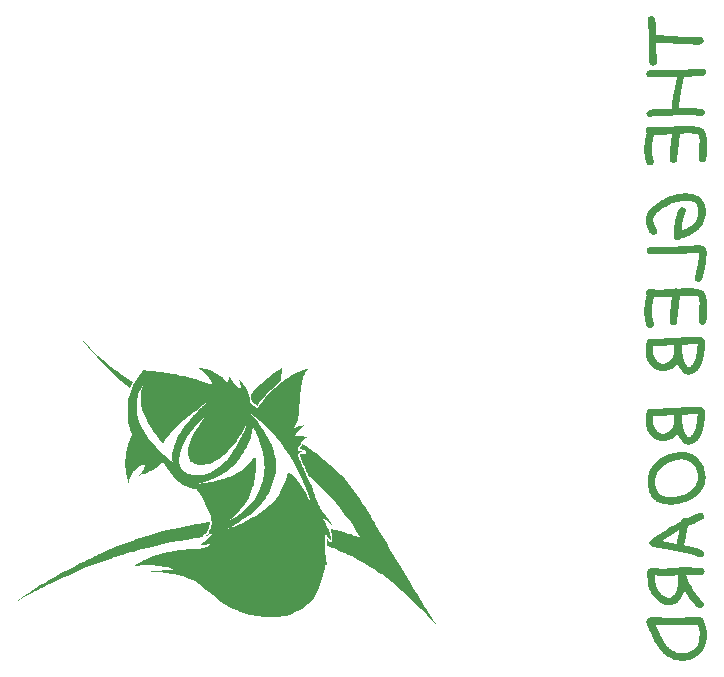
<source format=gbr>
%TF.GenerationSoftware,Altium Limited,Altium Designer,23.3.1 (30)*%
G04 Layer_Color=32896*
%FSLAX45Y45*%
%MOMM*%
%TF.SameCoordinates,6F745D81-4E65-4738-B163-C7EBCDBB3273*%
%TF.FilePolarity,Positive*%
%TF.FileFunction,Legend,Bot*%
%TF.Part,Single*%
G01*
G75*
G36*
X9017414Y8223617D02*
X9017550Y8223346D01*
X9016239Y8224793D01*
X9017414Y8223617D01*
D02*
G37*
G36*
X10033276Y7976707D02*
X10054440Y7973179D01*
X10075604Y7968476D01*
X10093240Y7963773D01*
X10108525Y7959070D01*
X10119107Y7954367D01*
X10123810Y7952016D01*
X10127337Y7950840D01*
X10128513Y7949664D01*
X10129689D01*
X10149677Y7939082D01*
X10166138Y7929676D01*
X10180247Y7921446D01*
X10192005Y7913215D01*
X10200235Y7907336D01*
X10207289Y7902633D01*
X10210817Y7899106D01*
X10211993Y7897930D01*
X10228453Y7881470D01*
X10241387Y7866185D01*
X10246090Y7860306D01*
X10249617Y7855603D01*
X10251969Y7853251D01*
X10253144Y7852075D01*
X10254320Y7859130D01*
X10255496Y7866185D01*
X10257847Y7872064D01*
X10259023Y7873239D01*
Y7874415D01*
X10262550Y7884997D01*
X10264902Y7893227D01*
X10266078Y7897930D01*
X10267254Y7899106D01*
X10269605Y7904985D01*
X10271957Y7909688D01*
X10273132Y7912040D01*
Y7913215D01*
X10274308Y7906161D01*
X10277835Y7897930D01*
X10281363Y7889700D01*
X10287242Y7880294D01*
X10301351Y7862657D01*
X10316636Y7845021D01*
X10331921Y7828560D01*
X10344854Y7815627D01*
X10349557Y7810924D01*
X10354260Y7807396D01*
X10356612Y7805045D01*
X10357788Y7803869D01*
X10361315D01*
X10363666Y7805045D01*
X10364842Y7806221D01*
X10366018Y7807396D01*
X10367194Y7813275D01*
Y7817978D01*
X10366018Y7822681D01*
Y7823857D01*
X10363666Y7832087D01*
X10361315Y7837966D01*
X10360139Y7842669D01*
Y7845021D01*
X10357788Y7853251D01*
X10355436Y7861482D01*
X10354260Y7866185D01*
X10353084Y7868536D01*
X10349557Y7876767D01*
X10347206Y7882645D01*
X10346030Y7884997D01*
Y7886173D01*
X10343678Y7889700D01*
X10342503Y7892052D01*
Y7894403D01*
X10358963Y7876767D01*
X10373072Y7860306D01*
X10386006Y7842669D01*
X10397764Y7826209D01*
X10407170Y7809748D01*
X10415400Y7793287D01*
X10422455Y7778002D01*
X10428333Y7763893D01*
X10433037Y7749784D01*
X10436564Y7738026D01*
X10440091Y7727444D01*
X10441267Y7718038D01*
X10443618Y7710984D01*
Y7705105D01*
X10444794Y7701577D01*
Y7700402D01*
Y7693347D01*
Y7686292D01*
Y7681589D01*
Y7680414D01*
X10468310Y7666304D01*
X10478891Y7660426D01*
X10488298Y7653371D01*
X10496528Y7648668D01*
X10502407Y7643965D01*
X10505934Y7641613D01*
X10507110Y7640438D01*
X10529449Y7671008D01*
X10550613Y7699226D01*
X10571777Y7725093D01*
X10590589Y7747432D01*
X10607050Y7765069D01*
X10612929Y7772123D01*
X10618808Y7778002D01*
X10623511Y7782705D01*
X10627038Y7787408D01*
X10629389Y7788584D01*
X10630565Y7789760D01*
X10654081Y7812099D01*
X10676420Y7832087D01*
X10695232Y7848548D01*
X10711693Y7862657D01*
X10725802Y7873239D01*
X10736384Y7880294D01*
X10742263Y7884997D01*
X10744615Y7886173D01*
X10762251Y7897930D01*
X10779888Y7908512D01*
X10797524Y7917918D01*
X10811633Y7926149D01*
X10824567Y7933203D01*
X10835149Y7937906D01*
X10841027Y7940258D01*
X10842203Y7941434D01*
X10843379D01*
X10859840Y7948488D01*
X10873949Y7954367D01*
X10885706Y7959070D01*
X10895113Y7962597D01*
X10900991Y7964949D01*
X10905694Y7966125D01*
X10908046Y7967301D01*
X10909222D01*
X10919804Y7969652D01*
X10928034Y7972004D01*
X10932737Y7973179D01*
X10935089D01*
X10926858Y7963773D01*
X10918628Y7954367D01*
X10905694Y7932028D01*
X10895113Y7907336D01*
X10888058Y7883821D01*
X10882179Y7862657D01*
X10879828Y7853251D01*
X10878652Y7845021D01*
X10877476Y7837966D01*
X10876300Y7833263D01*
Y7829736D01*
Y7828560D01*
X10871597Y7792111D01*
X10868070Y7755663D01*
X10865718Y7722741D01*
X10863367Y7692171D01*
X10862191Y7679238D01*
X10861015Y7666304D01*
X10859840Y7655723D01*
Y7647492D01*
X10858664Y7639262D01*
Y7634559D01*
Y7631031D01*
Y7629856D01*
X10857488Y7612219D01*
X10855137Y7595758D01*
X10853961Y7580474D01*
X10850433Y7566364D01*
X10848082Y7554607D01*
X10845730Y7542849D01*
X10843379Y7533443D01*
X10839852Y7525213D01*
X10835149Y7511103D01*
X10830445Y7500521D01*
X10826918Y7495818D01*
X10825742Y7493467D01*
X10819864Y7486412D01*
X10816336Y7479358D01*
X10813985Y7473479D01*
X10812809Y7472303D01*
Y7471127D01*
X10843379Y7482885D01*
X10857488Y7486412D01*
X10870421Y7489940D01*
X10881003Y7492291D01*
X10889234Y7494643D01*
X10895113Y7495818D01*
X10897464D01*
X10881003Y7480533D01*
X10866894Y7465248D01*
X10852785Y7449964D01*
X10842203Y7435854D01*
X10832797Y7424097D01*
X10825742Y7414691D01*
X10821039Y7408812D01*
X10819864Y7406460D01*
X10839852D01*
X10858664Y7404109D01*
X10876300Y7402933D01*
X10891585Y7400581D01*
X10905694Y7398230D01*
X10915101Y7397054D01*
X10922155Y7394703D01*
X10924507D01*
X10912749Y7386472D01*
X10902167Y7377066D01*
X10883355Y7358254D01*
X10870421Y7338266D01*
X10859840Y7320629D01*
X10852785Y7304169D01*
X10848082Y7291235D01*
X10846906Y7286532D01*
Y7283005D01*
X10845730Y7280653D01*
Y7279477D01*
Y7277126D01*
Y7274774D01*
X10851609Y7277126D01*
X10859840Y7278302D01*
X10869246Y7277126D01*
X10878652Y7274774D01*
X10886882Y7272423D01*
X10895113Y7270071D01*
X10899816Y7268896D01*
X10902167Y7267720D01*
X10890410Y7270071D01*
X10881003Y7268896D01*
X10872773Y7266544D01*
X10868070Y7264192D01*
X10865718Y7263017D01*
X10857488Y7257138D01*
X10851609Y7251259D01*
X10849258Y7245380D01*
X10848082Y7244204D01*
Y7243029D01*
X10859840Y7211283D01*
X10872773Y7179537D01*
X10884531Y7151319D01*
X10896288Y7125452D01*
X10900991Y7114870D01*
X10905694Y7104288D01*
X10909222Y7096058D01*
X10912749Y7087828D01*
X10916276Y7081949D01*
X10917452Y7077246D01*
X10919804Y7074894D01*
Y7073718D01*
X10936264Y7040797D01*
X10950374Y7009051D01*
X10963307Y6978481D01*
X10975065Y6950263D01*
X10979768Y6938505D01*
X10983295Y6926748D01*
X10987998Y6917342D01*
X10990350Y6909111D01*
X10992701Y6902057D01*
X10995053Y6897353D01*
X10996229Y6893826D01*
Y6892650D01*
X11004459Y6870311D01*
X11010338Y6852674D01*
X11018568Y6835038D01*
X11022096Y6827983D01*
X11024447Y6822104D01*
X11025623Y6817401D01*
X11026799Y6816226D01*
X11032677Y6805644D01*
X11037381Y6795062D01*
X11042084Y6786831D01*
X11045611Y6779777D01*
X11049138Y6773898D01*
X11051490Y6769195D01*
X11053841Y6766843D01*
Y6765668D01*
X11063247Y6753910D01*
X11073829Y6742152D01*
X11078532Y6736274D01*
X11082060Y6731570D01*
X11084411Y6729219D01*
X11085587Y6728043D01*
X11099696Y6710407D01*
X11110278Y6697473D01*
X11113805Y6691594D01*
X11117333Y6688067D01*
X11118508Y6685716D01*
X11119684Y6684540D01*
X11129090Y6670431D01*
X11134969Y6658673D01*
X11137321Y6652794D01*
X11139672Y6649267D01*
X11140848Y6646915D01*
Y6645740D01*
X11100872Y6681013D01*
X11089114Y6691594D01*
X11079708Y6697473D01*
X11073829Y6701001D01*
X11069126Y6703352D01*
X11066775D01*
X11064423Y6702176D01*
Y6701001D01*
X11065599Y6696298D01*
X11066775Y6692770D01*
X11067950Y6688067D01*
X11069126Y6686891D01*
X11073829Y6679837D01*
X11077357Y6671606D01*
X11082060Y6664552D01*
X11083235Y6663376D01*
Y6662200D01*
X11089114Y6651618D01*
X11093817Y6643388D01*
X11097345Y6638685D01*
X11098520Y6636333D01*
X11107926Y6616345D01*
X11113805Y6597533D01*
X11118508Y6578721D01*
X11122036Y6562260D01*
X11124387Y6548151D01*
X11125563Y6536393D01*
Y6529339D01*
Y6528163D01*
Y6526987D01*
Y6522284D01*
Y6521108D01*
Y6519933D01*
X11118508Y6531690D01*
X11110278Y6541096D01*
X11105575Y6546975D01*
X11103223Y6549327D01*
X11096169Y6557557D01*
X11090290Y6562260D01*
X11085587Y6564612D01*
X11082060Y6565787D01*
X11080884Y6564612D01*
X11079708Y6563436D01*
X11078532Y6562260D01*
Y6561084D01*
Y6554030D01*
Y6544624D01*
Y6522284D01*
Y6512878D01*
Y6504648D01*
Y6498769D01*
Y6496417D01*
X11079708Y6477605D01*
Y6459969D01*
Y6444684D01*
X11080884Y6431750D01*
Y6419992D01*
Y6411762D01*
Y6407059D01*
Y6404708D01*
X11082060Y6389423D01*
X11084411Y6376489D01*
X11085587Y6364731D01*
X11087938Y6354150D01*
X11089114Y6343568D01*
X11091466Y6335337D01*
X11094993Y6321228D01*
X11098520Y6311822D01*
X11100872Y6304767D01*
X11102048Y6301240D01*
X11103223Y6300064D01*
X11078532Y6322404D01*
X11073829Y6287131D01*
X11069126Y6253034D01*
X11062072Y6222464D01*
X11055017Y6193070D01*
X11045611Y6166027D01*
X11037381Y6141336D01*
X11027974Y6118996D01*
X11018568Y6099008D01*
X11010338Y6081372D01*
X11000932Y6064911D01*
X10993877Y6051978D01*
X10986823Y6041396D01*
X10980944Y6031990D01*
X10976241Y6026111D01*
X10973889Y6022584D01*
X10972713Y6021408D01*
X10955077Y6002596D01*
X10937440Y5984959D01*
X10918628Y5968498D01*
X10899816Y5954389D01*
X10881004Y5941456D01*
X10863367Y5929698D01*
X10844555Y5920292D01*
X10826918Y5910886D01*
X10810458Y5903831D01*
X10796348Y5897952D01*
X10782239Y5892074D01*
X10770482Y5888546D01*
X10761076Y5885019D01*
X10754021Y5882667D01*
X10749318Y5881492D01*
X10748142D01*
X10718748Y5875613D01*
X10689354Y5872086D01*
X10661135Y5869734D01*
X10603523D01*
X10576480Y5870910D01*
X10550613Y5873261D01*
X10527098Y5875613D01*
X10504759Y5879140D01*
X10483595Y5882667D01*
X10465958Y5885019D01*
X10450673Y5888546D01*
X10437740Y5890898D01*
X10429509Y5893249D01*
X10423631Y5895601D01*
X10421279D01*
X10389533Y5905007D01*
X10360139Y5915589D01*
X10333097Y5926171D01*
X10307230Y5936753D01*
X10283715Y5947335D01*
X10262551Y5959092D01*
X10242563Y5969674D01*
X10224926Y5980256D01*
X10209641Y5989662D01*
X10196708Y5999068D01*
X10184950Y6007299D01*
X10175544Y6014353D01*
X10168489Y6020232D01*
X10163786Y6024935D01*
X10160259Y6027287D01*
X10159083Y6028462D01*
X10128513Y6055505D01*
X10099119Y6081372D01*
X10070901Y6103711D01*
X10045034Y6124875D01*
X10034452Y6133106D01*
X10023870Y6141336D01*
X10014464Y6148391D01*
X10007409Y6154269D01*
X10000355Y6158972D01*
X9995652Y6162500D01*
X9993300Y6163676D01*
X9992125Y6164851D01*
X9973312Y6174257D01*
X9956852Y6182488D01*
X9949797Y6184839D01*
X9945094Y6187191D01*
X9941567Y6189542D01*
X9940391D01*
X9928633Y6194245D01*
X9916876Y6197773D01*
X9912172Y6200124D01*
X9908645Y6201300D01*
X9906294Y6202476D01*
X9905118D01*
X9871021Y6214233D01*
X9836923Y6223639D01*
X9805178Y6231870D01*
X9775784Y6237749D01*
X9747565Y6243627D01*
X9721698Y6247155D01*
X9697007Y6250682D01*
X9674668Y6253033D01*
X9654680Y6254209D01*
X9598243D01*
X9591188Y6253033D01*
X9585310D01*
X9612352Y6256561D01*
X9638219Y6260088D01*
X9661734Y6261264D01*
X9684074Y6263615D01*
X9701710Y6264791D01*
X9709941D01*
X9715820Y6265967D01*
X9811057D01*
X9796947Y6273021D01*
X9782838Y6278900D01*
X9776959Y6280076D01*
X9772256Y6282428D01*
X9769905Y6283603D01*
X9768729D01*
X9744038Y6290658D01*
X9716995Y6297713D01*
X9691128Y6301240D01*
X9664086Y6304767D01*
X9612352Y6308294D01*
X9587661Y6309470D01*
X9564146Y6308294D01*
X9541806D01*
X9521818Y6307119D01*
X9504182Y6304767D01*
X9487721Y6303591D01*
X9475963Y6302416D01*
X9466557Y6301240D01*
X9460678Y6300064D01*
X9458327D01*
X9487721Y6318876D01*
X9517115Y6335337D01*
X9545333Y6349446D01*
X9570025Y6362380D01*
X9580606Y6368259D01*
X9591188Y6372962D01*
X9599419Y6377665D01*
X9607649Y6381192D01*
X9613528Y6383543D01*
X9618231Y6385895D01*
X9620582Y6387071D01*
X9621758D01*
X9651152Y6397653D01*
X9682898Y6407059D01*
X9713468Y6415289D01*
X9744038Y6422344D01*
X9805178Y6432926D01*
X9833396Y6437629D01*
X9861615Y6439980D01*
X9886306Y6442332D01*
X9909821Y6444684D01*
X9930985Y6445859D01*
X9948621Y6447035D01*
X9982718D01*
X10001531Y6448211D01*
X10019167Y6449387D01*
X10035628Y6452914D01*
X10049737Y6456441D01*
X10062671Y6461144D01*
X10074428Y6465847D01*
X10085010Y6471726D01*
X10093240Y6477605D01*
X10101471Y6482308D01*
X10107350Y6488187D01*
X10116756Y6497593D01*
X10122635Y6504648D01*
X10123810Y6505823D01*
Y6506999D01*
X10114404Y6499945D01*
X10104998Y6495242D01*
X10095592Y6490538D01*
X10086186Y6487011D01*
X10067374Y6483484D01*
X10048561D01*
X10033276Y6484660D01*
X10020343Y6487011D01*
X10015640Y6488187D01*
X10012113D01*
X10010937Y6489363D01*
X10016816D01*
X10025046Y6491714D01*
X10033276Y6496417D01*
X10042682Y6502296D01*
X10052089Y6508175D01*
X10061495Y6516405D01*
X10080307Y6534042D01*
X10096768Y6550503D01*
X10110877Y6565787D01*
X10116756Y6571666D01*
X10120283Y6577545D01*
X10122635Y6579897D01*
X10123810Y6581072D01*
X10116756Y6576369D01*
X10110877Y6574018D01*
X10106174Y6571666D01*
X10104998D01*
X10089713Y6565787D01*
X10077955Y6561084D01*
X10072077Y6559909D01*
X10068549Y6558733D01*
X10065022D01*
X10070901Y6562260D01*
X10077955Y6566963D01*
X10088537Y6577545D01*
X10092065Y6583424D01*
X10095592Y6588127D01*
X10096768Y6591654D01*
X10097943Y6592830D01*
X10107350Y6615170D01*
X10109701Y6625752D01*
X10112053Y6635158D01*
X10114404Y6643388D01*
X10115580Y6650443D01*
X10116756Y6655146D01*
Y6656321D01*
Y6663376D01*
Y6670431D01*
Y6675134D01*
Y6676309D01*
X10115580Y6696298D01*
X10114404Y6705704D01*
X10113228Y6713934D01*
X10112053Y6720989D01*
X10110877Y6725692D01*
X10109701Y6729219D01*
Y6730395D01*
X10090889Y6773898D01*
X10070901Y6815050D01*
X10050913Y6852674D01*
X10041507Y6870311D01*
X10032101Y6886772D01*
X10023870Y6900881D01*
X10015640Y6913814D01*
X10008585Y6925572D01*
X10001531Y6934978D01*
X9996828Y6943208D01*
X9993300Y6949087D01*
X9990949Y6952614D01*
X9989773Y6953790D01*
X9965082Y6956142D01*
X9942742Y6962021D01*
X9920403Y6969075D01*
X9899239Y6979657D01*
X9879251Y6990239D01*
X9860438Y7003172D01*
X9842802Y7016106D01*
X9827517Y7029039D01*
X9813408Y7043148D01*
X9800474Y7056082D01*
X9789893Y7067839D01*
X9780486Y7078421D01*
X9773432Y7087827D01*
X9768729Y7094882D01*
X9765201Y7099585D01*
X9764026Y7100761D01*
X9753444Y7118397D01*
X9741686Y7133682D01*
X9732280Y7147791D01*
X9722874Y7160725D01*
X9715819Y7171307D01*
X9708765Y7178361D01*
X9705237Y7184240D01*
X9704062Y7185416D01*
X9699359Y7180713D01*
X9695831Y7178361D01*
X9693480Y7176010D01*
X9692304D01*
X9679371Y7163076D01*
X9666437Y7151319D01*
X9654679Y7141913D01*
X9642922Y7132506D01*
X9633516Y7125452D01*
X9626461Y7120749D01*
X9620582Y7117221D01*
X9619406Y7116046D01*
X9595891Y7104288D01*
X9572376Y7093706D01*
X9551212Y7085476D01*
X9531224Y7078421D01*
X9514763Y7072542D01*
X9501830Y7069015D01*
X9497127Y7067839D01*
X9493600D01*
X9491248Y7066664D01*
X9490072D01*
X9503006Y7076070D01*
X9514763Y7085476D01*
X9524169Y7096058D01*
X9531224Y7105464D01*
X9538279Y7114870D01*
X9541806Y7121925D01*
X9544157Y7126628D01*
X9545333Y7127803D01*
X9548861Y7140737D01*
X9551212Y7152494D01*
X9552388Y7156022D01*
Y7159549D01*
Y7161901D01*
Y7163076D01*
X9530048Y7156022D01*
X9510060Y7146616D01*
X9492424Y7137210D01*
X9478315Y7126628D01*
X9466557Y7116046D01*
X9458327Y7107815D01*
X9452448Y7103112D01*
X9451272Y7100761D01*
X9439514Y7084300D01*
X9431284Y7066664D01*
X9424229Y7050203D01*
X9420702Y7034918D01*
X9418350Y7021984D01*
X9415999Y7011403D01*
Y7004348D01*
Y7003172D01*
Y7001996D01*
Y6993766D01*
Y6990239D01*
Y6989063D01*
X9406593Y7023160D01*
X9399538Y7054906D01*
X9393659Y7086652D01*
X9390132Y7114870D01*
X9388956Y7126628D01*
X9387781Y7138385D01*
Y7147791D01*
X9386605Y7156022D01*
Y7163076D01*
Y7167779D01*
Y7171307D01*
Y7172482D01*
Y7195998D01*
X9388956Y7218337D01*
X9391308Y7238325D01*
X9393659Y7257138D01*
X9396011Y7272423D01*
X9398362Y7284180D01*
X9399538Y7288883D01*
Y7292411D01*
X9400714Y7293586D01*
Y7294762D01*
X9405417Y7314750D01*
X9411296Y7334738D01*
X9417175Y7352375D01*
X9423054Y7368835D01*
X9427757Y7382945D01*
X9432460Y7392351D01*
X9434811Y7399405D01*
X9435987Y7401757D01*
X9437163Y7402933D01*
X9438339Y7404108D01*
Y7405284D01*
Y7406460D01*
X9441866Y7412339D01*
X9443042Y7414690D01*
X9431284Y7446436D01*
X9426581Y7458194D01*
X9423054Y7472303D01*
X9419526Y7486412D01*
X9415999Y7500521D01*
X9413647Y7513455D01*
X9412472Y7522861D01*
X9411296Y7529915D01*
Y7531091D01*
Y7532267D01*
X9406593Y7575770D01*
Y7595758D01*
X9405417Y7614570D01*
Y7631031D01*
X9406593Y7643965D01*
Y7648668D01*
Y7652195D01*
Y7653371D01*
Y7654547D01*
X9408944Y7680413D01*
X9412472Y7705104D01*
X9418350Y7730971D01*
X9425405Y7753311D01*
X9431284Y7773299D01*
X9433635Y7781529D01*
X9437163Y7788584D01*
X9438339Y7794463D01*
X9440690Y7799166D01*
X9441866Y7801517D01*
Y7802693D01*
X9454799Y7833263D01*
X9470084Y7862657D01*
X9485369Y7888524D01*
X9500654Y7912039D01*
X9513588Y7932027D01*
X9519466Y7939082D01*
X9524169Y7946137D01*
X9528872Y7952015D01*
X9532400Y7955543D01*
X9533576Y7957894D01*
X9534751Y7959070D01*
X9587661Y7955543D01*
X9638219Y7950840D01*
X9662910Y7947312D01*
X9685249Y7944961D01*
X9707589Y7942609D01*
X9727577Y7939082D01*
X9746389Y7936730D01*
X9762850Y7934379D01*
X9776959Y7932027D01*
X9789893Y7929676D01*
X9799299Y7928500D01*
X9807529Y7927324D01*
X9812232Y7926148D01*
X9813408D01*
X9831044Y7921445D01*
X9860438Y7915567D01*
X9888657Y7909688D01*
X9915699Y7902633D01*
X9939215Y7896755D01*
X9959203Y7892052D01*
X9967433Y7889700D01*
X9974488Y7887348D01*
X9980367Y7886173D01*
X9983894Y7884997D01*
X9986245Y7883821D01*
X9987421D01*
X10003882Y7877942D01*
X10019167Y7873239D01*
X10033276Y7867360D01*
X10045034Y7863833D01*
X10055616Y7860306D01*
X10062670Y7856779D01*
X10068549Y7855603D01*
X10069725Y7854427D01*
X10085010Y7848548D01*
X10097943Y7843845D01*
X10103822Y7841494D01*
X10108525Y7840318D01*
X10110877Y7839142D01*
X10112052D01*
X10115580Y7842669D01*
X10116755Y7847372D01*
X10119107Y7850900D01*
Y7852075D01*
X10117931Y7861482D01*
X10114404Y7869712D01*
X10109701Y7879118D01*
X10103822Y7888524D01*
X10099119Y7895579D01*
X10094416Y7901458D01*
X10090889Y7906161D01*
X10089713Y7907336D01*
X10079131Y7919094D01*
X10069725Y7929676D01*
X10061494Y7936731D01*
X10054440Y7943785D01*
X10048561Y7948488D01*
X10045034Y7952016D01*
X10042682Y7954367D01*
X10041506D01*
X10028573Y7963773D01*
X10017991Y7972004D01*
X10012112Y7976707D01*
X10009761Y7977882D01*
X10033276Y7976707D01*
D02*
G37*
G36*
X9050336Y8187169D02*
X9084433Y8149544D01*
X9120882Y8114271D01*
X9157330Y8081350D01*
X9193779Y8048428D01*
X9230228Y8019034D01*
X9265501Y7990816D01*
X9298422Y7966125D01*
X9330168Y7942609D01*
X9359562Y7921445D01*
X9385429Y7903809D01*
X9407769Y7889700D01*
X9426581Y7876766D01*
X9433635Y7872063D01*
X9439514Y7868536D01*
X9444217Y7865009D01*
X9447745Y7863833D01*
X9450096Y7861481D01*
X9451272D01*
X9441866Y7841493D01*
X9437163Y7832087D01*
X9433635Y7823857D01*
X9430108Y7817978D01*
X9427757Y7812099D01*
X9425405Y7808572D01*
Y7807396D01*
X9388956Y7835615D01*
X9353683Y7867360D01*
X9317235Y7900282D01*
X9280786Y7934379D01*
X9245513Y7968476D01*
X9212591Y8003749D01*
X9179670Y8037846D01*
X9149100Y8070768D01*
X9120882Y8102513D01*
X9095015Y8130732D01*
X9072675Y8157774D01*
X9053863Y8180114D01*
X9037402Y8198926D01*
X9031523Y8205981D01*
X9025645Y8213035D01*
X9022117Y8217738D01*
X9018590Y8221266D01*
X9017550Y8223346D01*
X9050336Y8187169D01*
D02*
G37*
G36*
X10701111Y7874415D02*
X10698760Y7868536D01*
X10654081Y7826209D01*
X10636444Y7810924D01*
X10618808Y7795639D01*
X10603523Y7780354D01*
X10588238Y7765069D01*
X10576480Y7752135D01*
X10567074Y7742729D01*
X10561195Y7735675D01*
X10558843Y7734499D01*
Y7733323D01*
X10542383Y7714511D01*
X10529449Y7699226D01*
X10521219Y7685117D01*
X10514164Y7674535D01*
X10510637Y7666304D01*
X10508286Y7660426D01*
X10507110Y7656898D01*
Y7655723D01*
X10455376Y7687468D01*
Y7694523D01*
Y7699226D01*
Y7700402D01*
X10454200Y7715687D01*
X10450673Y7728620D01*
X10449497Y7734499D01*
X10448321Y7739202D01*
X10447146Y7741553D01*
Y7742729D01*
Y7747432D01*
X10449497Y7754487D01*
X10454200Y7761541D01*
X10458903Y7769772D01*
X10464782Y7776826D01*
X10470661Y7782705D01*
X10474188Y7787408D01*
X10475364Y7788584D01*
X10488298Y7802693D01*
X10503582Y7817978D01*
X10520043Y7833263D01*
X10535328Y7847372D01*
X10549437Y7859130D01*
X10561195Y7869712D01*
X10565898Y7873239D01*
X10569425Y7875591D01*
X10570601Y7877942D01*
X10571777D01*
X10596468Y7897930D01*
X10621159Y7916743D01*
X10644674Y7934379D01*
X10667014Y7949664D01*
X10685826Y7962597D01*
X10692881Y7968476D01*
X10699935Y7973179D01*
X10705814Y7976707D01*
X10709342Y7979058D01*
X10711693Y7981410D01*
X10712869D01*
X10701111Y7874415D01*
D02*
G37*
G36*
X10919804Y7314750D02*
X10952725Y7292411D01*
X10985647Y7270071D01*
X11016216Y7247732D01*
X11045611Y7226568D01*
X11072653Y7204228D01*
X11098520Y7183065D01*
X11122035Y7161901D01*
X11143199Y7143089D01*
X11162011Y7125452D01*
X11178472Y7110167D01*
X11191406Y7096058D01*
X11203163Y7085476D01*
X11210218Y7077246D01*
X11216097Y7072543D01*
X11217272Y7070191D01*
X11244315Y7039621D01*
X11270182Y7007875D01*
X11296049Y6973778D01*
X11321916Y6939681D01*
X11346607Y6905584D01*
X11370122Y6871487D01*
X11392462Y6838565D01*
X11413626Y6806820D01*
X11433614Y6776250D01*
X11451250Y6749207D01*
X11466535Y6724516D01*
X11479469Y6703352D01*
X11490050Y6685716D01*
X11493578Y6678661D01*
X11497105Y6671607D01*
X11500632Y6666904D01*
X11502984Y6663376D01*
X11504160Y6662201D01*
Y6661025D01*
X11537081Y6603412D01*
X11570003Y6548151D01*
X11600572Y6494066D01*
X11631142Y6442332D01*
X11660536Y6391774D01*
X11689931Y6343568D01*
X11716973Y6297713D01*
X11744016Y6253034D01*
X11768707Y6210706D01*
X11793398Y6170730D01*
X11816913Y6131930D01*
X11839253Y6094306D01*
X11861592Y6060208D01*
X11881581Y6027287D01*
X11901569Y5995541D01*
X11919205Y5966147D01*
X11936842Y5939104D01*
X11953302Y5913238D01*
X11968587Y5888547D01*
X11982696Y5867383D01*
X11995630Y5846219D01*
X12007387Y5827407D01*
X12017969Y5810946D01*
X12027375Y5796837D01*
X12036782Y5782728D01*
X12043836Y5772146D01*
X12050891Y5762740D01*
X12055594Y5754509D01*
X12059121Y5748630D01*
X12062648Y5743927D01*
X12063286Y5742653D01*
X12065000Y5740400D01*
X12063824Y5741576D01*
X12063286Y5742653D01*
X12023848Y5794485D01*
X12006212Y5816825D01*
X11985048Y5841516D01*
X11963884Y5866207D01*
X11942720Y5888547D01*
X11923908Y5909710D01*
X11914502Y5917941D01*
X11907447Y5926171D01*
X11901569Y5932050D01*
X11896865Y5936753D01*
X11894514Y5939104D01*
X11893338Y5940280D01*
X11859241Y5973202D01*
X11825144Y6007299D01*
X11791047Y6037869D01*
X11760477Y6067263D01*
X11746367Y6080196D01*
X11733434Y6090778D01*
X11721676Y6101360D01*
X11712270Y6110766D01*
X11704040Y6117821D01*
X11698161Y6122524D01*
X11694634Y6126051D01*
X11693458Y6127227D01*
X11648779Y6163676D01*
X11602924Y6198949D01*
X11557069Y6231870D01*
X11535905Y6247155D01*
X11514742Y6261264D01*
X11494753Y6274198D01*
X11477117Y6285955D01*
X11460656Y6295362D01*
X11447723Y6304768D01*
X11435965Y6311822D01*
X11427735Y6316525D01*
X11423032Y6320053D01*
X11420680Y6321228D01*
X11360716Y6355326D01*
X11301928Y6385895D01*
X11273709Y6400004D01*
X11246667Y6411762D01*
X11220800Y6423520D01*
X11197285Y6434102D01*
X11174945Y6443508D01*
X11154957Y6451738D01*
X11137321Y6457617D01*
X11122036Y6463496D01*
X11110278Y6468199D01*
X11100872Y6471726D01*
X11096169Y6472902D01*
X11093817Y6474078D01*
Y6482308D01*
Y6485835D01*
Y6487011D01*
Y6491714D01*
Y6496417D01*
Y6498769D01*
Y6499945D01*
Y6516405D01*
Y6528163D01*
Y6532866D01*
Y6536393D01*
Y6537569D01*
Y6538745D01*
X11103223Y6526987D01*
X11109102Y6518757D01*
X11112630Y6512878D01*
X11113805Y6511702D01*
X11116157Y6508175D01*
X11120860Y6505823D01*
X11124387Y6504648D01*
X11129090D01*
X11136145Y6509351D01*
X11139672Y6514054D01*
X11140848Y6518757D01*
Y6519933D01*
Y6526987D01*
Y6528163D01*
Y6529339D01*
X11139672Y6546975D01*
X11138496Y6562260D01*
X11134969Y6577545D01*
X11131442Y6590479D01*
X11129090Y6601060D01*
X11125563Y6609291D01*
X11124387Y6613994D01*
X11123211Y6616345D01*
X11170242Y6605764D01*
X11216097Y6595182D01*
X11258425Y6583424D01*
X11277237Y6576369D01*
X11294873Y6571666D01*
X11312510Y6565787D01*
X11326619Y6561084D01*
X11340728Y6556382D01*
X11351310Y6552854D01*
X11360716Y6549327D01*
X11366595Y6546975D01*
X11371298Y6544624D01*
X11372474D01*
X11343080Y6597533D01*
X11311334Y6649267D01*
X11277237Y6698649D01*
X11241964Y6746855D01*
X11205515Y6792710D01*
X11169066Y6836214D01*
X11133793Y6876190D01*
X11098520Y6913814D01*
X11065599Y6947911D01*
X11036204Y6978481D01*
X11007986Y7005524D01*
X10984471Y7027864D01*
X10973889Y7037270D01*
X10964483Y7045500D01*
X10956252Y7052555D01*
X10950374Y7058433D01*
X10944495Y7063136D01*
X10940967Y7066664D01*
X10938616Y7067840D01*
X10937440Y7069015D01*
X10936264Y7072543D01*
Y7073718D01*
X10935089Y7076070D01*
X10933913Y7079597D01*
X10932737Y7080773D01*
X10918628Y7110167D01*
X10905694Y7139561D01*
X10895113Y7167780D01*
X10884531Y7192471D01*
X10879828Y7203053D01*
X10876300Y7212459D01*
X10872773Y7221865D01*
X10870421Y7228920D01*
X10868070Y7234798D01*
X10865718Y7239501D01*
X10864543Y7241853D01*
Y7243029D01*
Y7246556D01*
Y7247732D01*
X10871597Y7250083D01*
X10878652Y7252435D01*
X10902167D01*
X10908046Y7253611D01*
X10912749Y7258314D01*
X10915101Y7261841D01*
Y7263017D01*
X10917452Y7266544D01*
Y7267720D01*
X10916276Y7273599D01*
X10911573Y7279477D01*
X10908046Y7281829D01*
X10906870Y7283005D01*
X10890410Y7288884D01*
X10876300Y7292411D01*
X10870421Y7293587D01*
X10865718Y7294762D01*
X10862191D01*
X10869246Y7310047D01*
X10876300Y7322981D01*
X10879828Y7327684D01*
X10882179Y7331211D01*
X10883355Y7333563D01*
X10884531Y7334738D01*
X10919804Y7314750D01*
D02*
G37*
G36*
X10101471Y6668079D02*
Y6663376D01*
Y6659849D01*
Y6658673D01*
X10096768Y6637509D01*
X10094416Y6628103D01*
X10090889Y6619873D01*
X10088537Y6612818D01*
X10087362Y6608115D01*
X10085010Y6604588D01*
Y6603412D01*
X10080307Y6595182D01*
X10075604Y6588127D01*
X10072077Y6583424D01*
X10068549Y6579897D01*
X10063846Y6575194D01*
X10062671Y6574018D01*
X10056792D01*
X10053264Y6572842D01*
X10049737Y6571666D01*
X10046210Y6566963D01*
X10045034Y6561084D01*
Y6559909D01*
Y6558733D01*
X10046210Y6554030D01*
X10047386Y6550503D01*
X10048561Y6548151D01*
X10049737Y6546975D01*
X9980367Y6537569D01*
X9909821Y6526987D01*
X9841626Y6515229D01*
X9773432Y6502296D01*
X9706413Y6488187D01*
X9642922Y6474077D01*
X9582958Y6458793D01*
X9525345Y6444683D01*
X9498303Y6437629D01*
X9473612Y6430574D01*
X9448921Y6424695D01*
X9425405Y6417641D01*
X9404242Y6411762D01*
X9383078Y6405883D01*
X9365441Y6400004D01*
X9347805Y6395301D01*
X9332520Y6390598D01*
X9318411Y6387071D01*
X9306653Y6382368D01*
X9297247Y6380016D01*
X9290192Y6377665D01*
X9284313Y6375313D01*
X9280786Y6374137D01*
X9279610D01*
X9204361Y6348271D01*
X9130288Y6321228D01*
X9056215Y6291834D01*
X8984493Y6261264D01*
X8915123Y6230694D01*
X8848104Y6200124D01*
X8784613Y6170730D01*
X8725825Y6141336D01*
X8697606Y6127227D01*
X8670564Y6113117D01*
X8645872Y6100184D01*
X8621181Y6088426D01*
X8598842Y6076669D01*
X8578854Y6064911D01*
X8558866Y6054329D01*
X8541229Y6044923D01*
X8525944Y6036693D01*
X8511835Y6028462D01*
X8500077Y6022583D01*
X8490671Y6016705D01*
X8482441Y6012001D01*
X8476562Y6008474D01*
X8473949Y6007603D01*
X8556514Y6066087D01*
X8572975Y6077844D01*
X8590611Y6089602D01*
X8628236Y6114293D01*
X8668212Y6138984D01*
X8707012Y6162499D01*
X8725825Y6173081D01*
X8742285Y6182488D01*
X8757570Y6191894D01*
X8771679Y6198948D01*
X8782261Y6206003D01*
X8790492Y6210706D01*
X8795195Y6213057D01*
X8797546Y6214233D01*
X8858686Y6248330D01*
X8919826Y6280076D01*
X8949220Y6296537D01*
X8978614Y6310646D01*
X9006833Y6325931D01*
X9033875Y6338864D01*
X9058566Y6351798D01*
X9080906Y6362380D01*
X9100894Y6371786D01*
X9117355Y6381192D01*
X9131464Y6387071D01*
X9142046Y6391774D01*
X9147925Y6395301D01*
X9150276Y6396477D01*
X9186725Y6414113D01*
X9225525Y6430574D01*
X9303126Y6462320D01*
X9340750Y6477605D01*
X9378375Y6491714D01*
X9414823Y6504647D01*
X9448921Y6517581D01*
X9480666Y6528163D01*
X9510060Y6538745D01*
X9535927Y6546975D01*
X9558267Y6554030D01*
X9577079Y6559908D01*
X9584134Y6562260D01*
X9590013Y6564611D01*
X9594716Y6565787D01*
X9598243Y6566963D01*
X9600594Y6568139D01*
X9601770D01*
X9649977Y6582248D01*
X9697007Y6595181D01*
X9742862Y6608115D01*
X9787541Y6618697D01*
X9831045Y6628103D01*
X9872196Y6636333D01*
X9910997Y6644564D01*
X9947445Y6651618D01*
X9981543Y6656321D01*
X10010937Y6661025D01*
X10036804Y6665728D01*
X10059143Y6669255D01*
X10076780Y6671606D01*
X10085010D01*
X10090889Y6672782D01*
X10095592D01*
X10099119Y6673958D01*
X10101471D01*
Y6668079D01*
D02*
G37*
G36*
X8471859Y6006123D02*
X8473035Y6007298D01*
X8473949Y6007603D01*
X8471859Y6006123D01*
D02*
G37*
G36*
X13845808Y10959153D02*
X13849513Y10958330D01*
X13853217Y10957095D01*
X13856508Y10955449D01*
X13861858Y10951746D01*
X13865971Y10946808D01*
X13868852Y10942282D01*
X13870911Y10938167D01*
X13871321Y10936933D01*
X13871732Y10935698D01*
X13872144Y10934875D01*
Y10934464D01*
X13873790Y10926646D01*
X13875436Y10918416D01*
X13877905Y10901134D01*
X13879552Y10883440D01*
X13880374Y10874388D01*
X13880785Y10866158D01*
X13881197Y10857928D01*
X13881609Y10850933D01*
Y10843938D01*
X13882019Y10838177D01*
Y10827067D01*
X13881609Y10798675D01*
X13889426Y10798264D01*
X13898067D01*
X13907532Y10797441D01*
X13917407Y10797029D01*
X13937981Y10795795D01*
X13948679Y10794972D01*
X13958556Y10794149D01*
X13968430Y10793326D01*
X13977483Y10792915D01*
X13985712Y10792092D01*
X13992708Y10791680D01*
X13998880Y10791269D01*
X14001349Y10790857D01*
X14003406D01*
X14005052Y10790446D01*
X14006287D01*
X14006699D01*
X14007109D01*
X14021922Y10789211D01*
X14035503Y10787977D01*
X14048669Y10787154D01*
X14060602Y10786331D01*
X14071712Y10785508D01*
X14081999Y10785097D01*
X14091463Y10784685D01*
X14099692Y10784274D01*
X14107510Y10783862D01*
X14113683D01*
X14119443Y10783451D01*
X14123970D01*
X14127673D01*
X14130142D01*
X14131789D01*
X14132199D01*
X14138783D01*
X14146190Y10783039D01*
X14153596Y10782628D01*
X14161414Y10782216D01*
X14167998D01*
X14170879Y10781805D01*
X14173759D01*
X14175816Y10781393D01*
X14177461D01*
X14178285D01*
X14178697D01*
X14189395Y10780570D01*
X14198859Y10780159D01*
X14206677Y10779747D01*
X14212849D01*
X14217787Y10779336D01*
X14221490D01*
X14223547D01*
X14224371D01*
X14226428D01*
X14228487Y10779747D01*
X14233012Y10780159D01*
X14235069Y10780570D01*
X14236716D01*
X14237950Y10780982D01*
X14238361D01*
X14244533Y10781805D01*
X14246591D01*
X14248648Y10782216D01*
X14250294D01*
X14251529D01*
X14251939D01*
X14252351D01*
X14257289Y10781805D01*
X14261404Y10780570D01*
X14265520Y10778924D01*
X14268399Y10777278D01*
X14271280Y10775633D01*
X14272925Y10773987D01*
X14274159Y10772752D01*
X14274571Y10772341D01*
X14277452Y10768637D01*
X14279509Y10764523D01*
X14281155Y10760819D01*
X14281978Y10757527D01*
X14282800Y10754647D01*
X14283212Y10752178D01*
Y10750121D01*
X14282800Y10746829D01*
X14282390Y10743537D01*
X14279921Y10738188D01*
X14276630Y10733250D01*
X14272925Y10729547D01*
X14269221Y10726666D01*
X14266342Y10724609D01*
X14263873Y10723375D01*
X14263461Y10722963D01*
X14263049D01*
X14256879Y10720494D01*
X14250706Y10718848D01*
X14244533Y10717614D01*
X14238773Y10716791D01*
X14233835Y10716379D01*
X14230132Y10715968D01*
X14228487D01*
X14227251D01*
X14226840D01*
X14226428D01*
X14221902D01*
X14216553Y10716379D01*
X14210793Y10716791D01*
X14205443Y10717202D01*
X14200505Y10717614D01*
X14196802Y10718025D01*
X14195155D01*
X14193921Y10718437D01*
X14193510D01*
X14193098D01*
X14185280Y10719260D01*
X14178697Y10719671D01*
X14172935Y10720083D01*
X14168410D01*
X14164706Y10720494D01*
X14162238D01*
X14160591D01*
X14160181D01*
X14150304D01*
X14140018Y10720906D01*
X14128906D01*
X14117386Y10721317D01*
X14093932Y10722552D01*
X14082410Y10722963D01*
X14071712Y10723786D01*
X14061012Y10724197D01*
X14051549Y10725020D01*
X14042497Y10725432D01*
X14035091Y10725843D01*
X14028918Y10726255D01*
X14026450Y10726666D01*
X14024393D01*
X14022334Y10727078D01*
X14021100D01*
X14020688D01*
X14020277D01*
X14002583Y10728312D01*
X13986536Y10729547D01*
X13971310Y10730370D01*
X13957732Y10731604D01*
X13944975Y10732427D01*
X13933453Y10732839D01*
X13923167Y10733662D01*
X13914114Y10734073D01*
X13905885Y10734484D01*
X13899303D01*
X13893129Y10734896D01*
X13888603D01*
X13884900Y10735307D01*
X13882431D01*
X13880785D01*
X13880374D01*
Y10703623D01*
X13880785Y10692102D01*
X13881197Y10680169D01*
X13882019Y10668648D01*
X13882431Y10663298D01*
Y10658361D01*
X13882841Y10653834D01*
X13883253Y10650131D01*
Y10646839D01*
X13883665Y10644370D01*
Y10642313D01*
X13884488Y10633672D01*
X13884900Y10625442D01*
X13885310Y10618036D01*
X13885722Y10611041D01*
X13886134Y10604868D01*
X13886546Y10599108D01*
Y10593758D01*
X13886957Y10588821D01*
Y10581414D01*
X13887369Y10578122D01*
Y10571538D01*
X13886957Y10566601D01*
X13886134Y10562074D01*
X13884488Y10558371D01*
X13882841Y10555079D01*
X13881197Y10552610D01*
X13879552Y10550553D01*
X13878728Y10549318D01*
X13878316Y10548907D01*
X13874612Y10546027D01*
X13870911Y10543558D01*
X13867206Y10541912D01*
X13863503Y10541089D01*
X13860623Y10540266D01*
X13857742Y10539854D01*
X13856096D01*
X13855685D01*
X13850748Y10540266D01*
X13846220Y10541089D01*
X13842517Y10542735D01*
X13839226Y10544381D01*
X13836757Y10546027D01*
X13834698Y10547673D01*
X13833466Y10548496D01*
X13833054Y10548907D01*
X13829762Y10552610D01*
X13827704Y10556314D01*
X13826057Y10560017D01*
X13824825Y10563720D01*
X13824001Y10566601D01*
X13823589Y10569070D01*
Y10581414D01*
X13823178Y10592524D01*
X13822356Y10604457D01*
X13821944Y10615978D01*
X13821532Y10621327D01*
X13821120Y10626677D01*
Y10631203D01*
X13820709Y10634906D01*
Y10638198D01*
X13820297Y10640667D01*
Y10642724D01*
X13819475Y10651366D01*
X13819063Y10659184D01*
X13818652Y10667002D01*
X13818240Y10673997D01*
X13817828Y10680169D01*
X13817416Y10685930D01*
Y10691279D01*
X13817006Y10696217D01*
Y10700332D01*
X13816594Y10704035D01*
Y10730781D01*
X13817006Y10739834D01*
Y10757527D01*
X13817416Y10761231D01*
Y10777690D01*
X13817828Y10783862D01*
Y10805259D01*
X13818240Y10809374D01*
Y10835297D01*
X13817828Y10843527D01*
X13817006Y10851756D01*
X13816183Y10859986D01*
X13815771Y10866981D01*
X13815359Y10869861D01*
X13814948Y10872742D01*
Y10874799D01*
X13814537Y10876445D01*
Y10877680D01*
X13813715Y10884675D01*
X13812891Y10890847D01*
X13812068Y10896608D01*
X13811656Y10901957D01*
X13811246Y10906483D01*
X13810834Y10910598D01*
X13810422Y10914301D01*
X13810010Y10917182D01*
X13809599Y10919651D01*
Y10922119D01*
X13809187Y10925000D01*
Y10932818D01*
X13810010Y10937344D01*
X13811656Y10941459D01*
X13813715Y10945162D01*
X13815771Y10948043D01*
X13817416Y10950100D01*
X13818652Y10951334D01*
X13819063Y10951746D01*
X13822766Y10954215D01*
X13826469Y10956272D01*
X13830173Y10957507D01*
X13833876Y10958741D01*
X13836757Y10959153D01*
X13839226Y10959564D01*
X13840871D01*
X13841283D01*
X13845808Y10959153D01*
D02*
G37*
G36*
X14280743Y10513931D02*
X14284859Y10513108D01*
X14288562Y10511874D01*
X14291441Y10510228D01*
X14293912Y10508582D01*
X14295969Y10507348D01*
X14297203Y10506525D01*
X14297614Y10506113D01*
X14300494Y10502821D01*
X14302963Y10499118D01*
X14304610Y10495415D01*
X14305432Y10492123D01*
X14306255Y10489242D01*
X14306667Y10486774D01*
Y10484716D01*
X14306255Y10480190D01*
X14305432Y10476075D01*
X14303786Y10472372D01*
X14302141Y10469080D01*
X14300494Y10466611D01*
X14298849Y10464965D01*
X14298026Y10463731D01*
X14297614Y10463319D01*
X14293912Y10460439D01*
X14290619Y10458381D01*
X14286916Y10456735D01*
X14283624Y10455913D01*
X14280743Y10455090D01*
X14278275Y10454678D01*
X14276630D01*
X14276218D01*
X14270457D01*
X14264696Y10454267D01*
X14251939Y10453855D01*
X14238361Y10453032D01*
X14225604Y10451798D01*
X14219846Y10451386D01*
X14214084Y10450975D01*
X14209146Y10450563D01*
X14205031Y10450152D01*
X14201328Y10449740D01*
X14198448D01*
X14196802Y10449329D01*
X14196390D01*
X14186926Y10448506D01*
X14177875Y10447271D01*
X14169644Y10446448D01*
X14161826Y10446037D01*
X14154831Y10445626D01*
X14148247Y10444803D01*
X14142487Y10444391D01*
X14137137D01*
X14132199Y10443980D01*
X14128085D01*
X14124792Y10443568D01*
X14121912D01*
X14119443D01*
X14117798D01*
X14116975D01*
X14116563D01*
X14091051Y10312717D01*
X14088582Y10298316D01*
X14086115Y10284325D01*
X14084056Y10271158D01*
X14082410Y10258814D01*
X14080763Y10247292D01*
X14079530Y10236182D01*
X14078294Y10226307D01*
X14077472Y10217254D01*
X14076649Y10209025D01*
X14076237Y10201618D01*
X14075827Y10195446D01*
X14075415Y10190096D01*
X14075005Y10185982D01*
Y10180632D01*
X14083646Y10181044D01*
X14092287Y10181455D01*
X14100104Y10181867D01*
X14107098D01*
X14112860Y10182278D01*
X14117386D01*
X14119032D01*
X14120267D01*
X14121089D01*
X14121501D01*
X14126027D01*
X14131377D01*
X14142487Y10181867D01*
X14154419Y10181044D01*
X14165941Y10180632D01*
X14171291Y10180221D01*
X14176228Y10179809D01*
X14180754D01*
X14184869Y10179398D01*
X14188161D01*
X14190630Y10178986D01*
X14192274D01*
X14192686D01*
X14201328Y10178164D01*
X14209146Y10177752D01*
X14216965Y10177341D01*
X14223959Y10176929D01*
X14230132Y10176518D01*
X14235892Y10176106D01*
X14241241D01*
X14246179Y10175695D01*
X14250294D01*
X14253996Y10175283D01*
X14256879D01*
X14259348D01*
X14261404D01*
X14262637D01*
X14263461D01*
X14263873D01*
X14268399Y10174872D01*
X14272514Y10174049D01*
X14276218Y10172403D01*
X14279509Y10170757D01*
X14281978Y10169522D01*
X14283624Y10167877D01*
X14284859Y10167054D01*
X14285271Y10166642D01*
X14288150Y10163350D01*
X14290208Y10159647D01*
X14291853Y10156355D01*
X14292677Y10153063D01*
X14293500Y10150183D01*
X14293912Y10147714D01*
Y10145657D01*
X14293500Y10141130D01*
X14292677Y10137016D01*
X14291031Y10133312D01*
X14289384Y10130020D01*
X14288150Y10127551D01*
X14286504Y10125906D01*
X14285681Y10124671D01*
X14285271Y10124260D01*
X14281978Y10121379D01*
X14278275Y10119322D01*
X14274571Y10117676D01*
X14271280Y10116853D01*
X14268399Y10116030D01*
X14265930Y10115619D01*
X14264284D01*
X14263873D01*
X14258936D01*
X14253996D01*
X14242476Y10116030D01*
X14230956Y10116853D01*
X14219434Y10117264D01*
X14214084Y10117676D01*
X14208736Y10118087D01*
X14204208Y10118499D01*
X14200505Y10118910D01*
X14197214D01*
X14194743Y10119322D01*
X14193098D01*
X14192686D01*
X14184045Y10119733D01*
X14176228Y10120556D01*
X14168410Y10120968D01*
X14161414Y10121379D01*
X14155241D01*
X14149481Y10121791D01*
X14144131Y10122202D01*
X14139194D01*
X14135080D01*
X14131377Y10122614D01*
X14128496D01*
X14126027D01*
X14123970D01*
X14122736D01*
X14121912D01*
X14121501D01*
X14115329D01*
X14108333Y10122202D01*
X14101338D01*
X14093932Y10121791D01*
X14078294Y10120968D01*
X14063483Y10119733D01*
X14056487Y10119322D01*
X14049902Y10118910D01*
X14044144Y10118499D01*
X14038792Y10118087D01*
X14034679Y10117676D01*
X14031798D01*
X14029741Y10117264D01*
X14028918D01*
X14017809Y10116442D01*
X14007109Y10115207D01*
X13997234Y10114384D01*
X13988181Y10113973D01*
X13979951Y10113561D01*
X13972545Y10112738D01*
X13965550Y10112327D01*
X13959378D01*
X13953616Y10111915D01*
X13949091D01*
X13944975Y10111504D01*
X13941684D01*
X13939215D01*
X13937569D01*
X13936336D01*
X13935922D01*
X13931808D01*
X13927695D01*
X13923167Y10111915D01*
X13918642D01*
X13914526D01*
X13911235Y10112327D01*
X13909177D01*
X13908354D01*
X13901772D01*
X13896010Y10112738D01*
X13891484D01*
X13887369D01*
X13884488D01*
X13882019D01*
X13880785D01*
X13880374D01*
X13871321Y10112327D01*
X13863914Y10111915D01*
X13857330Y10111092D01*
X13851981Y10110269D01*
X13847455Y10109446D01*
X13844576Y10109035D01*
X13842517Y10108212D01*
X13842107D01*
X13836757Y10106566D01*
X13832642Y10105743D01*
X13830173Y10105332D01*
X13829350D01*
X13824825Y10105743D01*
X13820297Y10106978D01*
X13816594Y10108212D01*
X13813303Y10109858D01*
X13810834Y10111915D01*
X13809187Y10113150D01*
X13807953Y10114384D01*
X13807542Y10114796D01*
X13804662Y10118499D01*
X13802605Y10122202D01*
X13800958Y10125494D01*
X13800134Y10128786D01*
X13799312Y10131666D01*
X13798901Y10133724D01*
Y10135781D01*
X13799312Y10139073D01*
X13800134Y10142365D01*
X13801781Y10145657D01*
X13804250Y10148125D01*
X13809599Y10153475D01*
X13815359Y10157590D01*
X13821532Y10160881D01*
X13826881Y10162939D01*
X13828938Y10163762D01*
X13830585Y10164585D01*
X13831819Y10164996D01*
X13832230D01*
X13841283Y10167465D01*
X13849924Y10169111D01*
X13858154Y10170757D01*
X13865559Y10171580D01*
X13871732Y10171991D01*
X13874200D01*
X13876259Y10172403D01*
X13877905D01*
X13879140D01*
X13879962D01*
X13880374D01*
X13896420D01*
X13911646D01*
X13926048Y10172814D01*
X13938805D01*
X13951147Y10173226D01*
X13961847Y10173637D01*
X13971722Y10174049D01*
X13980775D01*
X13988593Y10174460D01*
X13995177Y10174872D01*
X14000937Y10175283D01*
X14005875Y10175695D01*
X14009578D01*
X14012047Y10176106D01*
X14013693D01*
X14014105D01*
X14014516Y10186805D01*
X14014928Y10197503D01*
X14016985Y10220134D01*
X14019453Y10242766D01*
X14020688Y10253876D01*
X14022334Y10264163D01*
X14023569Y10274038D01*
X14024803Y10282679D01*
X14026450Y10290909D01*
X14027272Y10297493D01*
X14028506Y10303253D01*
X14028918Y10307368D01*
X14029329Y10309014D01*
X14029741Y10310249D01*
Y10311072D01*
X14055254Y10444803D01*
X13976660Y10446860D01*
X13971722D01*
X13966373D01*
X13954440Y10446448D01*
X13942096Y10445626D01*
X13930164Y10445214D01*
X13924402Y10444803D01*
X13919054Y10444391D01*
X13914526D01*
X13910413Y10443980D01*
X13906708D01*
X13904239Y10443568D01*
X13902592D01*
X13902182D01*
X13893129Y10443157D01*
X13884488Y10442334D01*
X13876669Y10441922D01*
X13869675Y10441511D01*
X13862680D01*
X13856918Y10441099D01*
X13851158Y10440688D01*
X13846220D01*
X13842107D01*
X13837991Y10440276D01*
X13835110D01*
X13832230D01*
X13830173D01*
X13828938D01*
X13828116D01*
X13827704D01*
X13823178Y10440688D01*
X13818652Y10441511D01*
X13814948Y10443157D01*
X13811656Y10444391D01*
X13809187Y10446037D01*
X13807542Y10447683D01*
X13806306Y10448506D01*
X13805896Y10448917D01*
X13803015Y10452209D01*
X13800546Y10455913D01*
X13798901Y10459616D01*
X13798077Y10462908D01*
X13797255Y10465788D01*
X13796843Y10468257D01*
Y10470314D01*
X13797255Y10474841D01*
X13798077Y10478955D01*
X13799722Y10482659D01*
X13801369Y10485951D01*
X13803015Y10488419D01*
X13804662Y10490065D01*
X13805484Y10491300D01*
X13805896Y10491711D01*
X13809187Y10494592D01*
X13812891Y10496649D01*
X13816594Y10497883D01*
X13819885Y10498706D01*
X13823178Y10499529D01*
X13825647Y10499941D01*
X13827293D01*
X13827704D01*
X13832642D01*
X13837991D01*
X13849513Y10500352D01*
X13861858Y10500764D01*
X13873790Y10501587D01*
X13879140Y10501998D01*
X13884488D01*
X13889015Y10502410D01*
X13893129Y10502821D01*
X13896832D01*
X13899303Y10503233D01*
X13900948D01*
X13901360D01*
X13910413Y10503644D01*
X13918642Y10504056D01*
X13926459Y10504467D01*
X13933865Y10504879D01*
X13940450Y10505290D01*
X13946622D01*
X13951971Y10505702D01*
X13956909D01*
X13961435D01*
X13965138Y10506113D01*
X13968019D01*
X13970898D01*
X13972957D01*
X13974191D01*
X13975014D01*
X13975426D01*
X13982832D01*
X13991061Y10505702D01*
X13999702D01*
X14008344Y10505290D01*
X14015750D01*
X14019041D01*
X14021922Y10504879D01*
X14024393D01*
X14026038D01*
X14027272D01*
X14027682D01*
X14033856Y10504467D01*
X14039616D01*
X14045377D01*
X14050314Y10504056D01*
X14058955D01*
X14066364Y10503644D01*
X14072124D01*
X14075827D01*
X14078294D01*
X14079118D01*
X14085703D01*
X14092697Y10504056D01*
X14100516D01*
X14108333Y10504467D01*
X14124792Y10505290D01*
X14140840Y10506113D01*
X14148247Y10506936D01*
X14155241Y10507348D01*
X14161414Y10507759D01*
X14167175Y10508170D01*
X14171701Y10508582D01*
X14174992D01*
X14177051Y10508993D01*
X14177875D01*
X14189807Y10509816D01*
X14200916Y10510639D01*
X14211203Y10511462D01*
X14220668Y10511874D01*
X14229720Y10512697D01*
X14237538Y10513108D01*
X14244945Y10513520D01*
X14251529D01*
X14257289Y10513931D01*
X14262227D01*
X14266753Y10514343D01*
X14270045D01*
X14272925D01*
X14274571D01*
X14275806D01*
X14276218D01*
X14280743Y10513931D01*
D02*
G37*
G36*
X14176228Y10027562D02*
X14192686Y10026739D01*
X14207500Y10025093D01*
X14220668Y10023447D01*
X14232188Y10020978D01*
X14242886Y10018509D01*
X14251939Y10016040D01*
X14259758Y10013160D01*
X14266342Y10010280D01*
X14271690Y10007811D01*
X14276218Y10005342D01*
X14279921Y10002873D01*
X14282390Y10001227D01*
X14284447Y9999581D01*
X14285271Y9998758D01*
X14285681Y9998347D01*
X14290208Y9992586D01*
X14294322Y9985179D01*
X14297614Y9976538D01*
X14300494Y9967486D01*
X14302963Y9957199D01*
X14305432Y9946912D01*
X14308313Y9925926D01*
X14309547Y9916051D01*
X14310370Y9906587D01*
X14310782Y9897534D01*
X14311192Y9890128D01*
X14311604Y9883544D01*
Y9856798D01*
X14311192Y9841161D01*
Y9826760D01*
X14310782Y9813592D01*
X14309959Y9802071D01*
X14309547Y9791372D01*
X14309135Y9782320D01*
X14308313Y9774502D01*
X14307901Y9767918D01*
X14307491Y9762157D01*
X14306667Y9757631D01*
X14306255Y9753928D01*
X14305844Y9751047D01*
Y9748990D01*
X14305432Y9748167D01*
Y9747755D01*
X14304198Y9743229D01*
X14302551Y9739114D01*
X14300494Y9735411D01*
X14298438Y9732119D01*
X14295969Y9729650D01*
X14293500Y9727593D01*
X14288150Y9724301D01*
X14282800Y9722244D01*
X14278687Y9721421D01*
X14277040Y9721009D01*
X14275806D01*
X14274983D01*
X14274571D01*
X14268811Y9721421D01*
X14263873Y9722244D01*
X14259348Y9723890D01*
X14255643Y9726358D01*
X14252763Y9728827D01*
X14249883Y9731708D01*
X14247826Y9734588D01*
X14246179Y9737468D01*
X14243710Y9743641D01*
X14242476Y9748990D01*
X14242064Y9751047D01*
Y9756808D01*
X14242476Y9759688D01*
X14242886Y9765449D01*
X14243298Y9768329D01*
X14243710Y9770387D01*
X14244122Y9772033D01*
Y9772444D01*
X14244945Y9776559D01*
X14245357Y9780262D01*
X14245769Y9783554D01*
Y9786023D01*
X14246179Y9788080D01*
Y9807832D01*
X14246591Y9817707D01*
Y9827171D01*
X14247002Y9835812D01*
Y9842807D01*
X14247414Y9845276D01*
Y9855975D01*
X14247826Y9862558D01*
Y9884367D01*
X14248238Y9888482D01*
Y9914405D01*
X14247826Y9920989D01*
X14247414Y9926749D01*
X14247002Y9932098D01*
X14246179Y9936625D01*
X14245357Y9940740D01*
X14244533Y9944031D01*
X14243710Y9946912D01*
X14243298Y9949381D01*
X14242476Y9951438D01*
X14240829Y9954318D01*
X14240007Y9955553D01*
X14239597Y9955964D01*
X14236716Y9957610D01*
X14232600Y9959256D01*
X14227663Y9960491D01*
X14221902Y9961725D01*
X14215318Y9962548D01*
X14208736Y9963371D01*
X14194743Y9964605D01*
X14187749Y9965017D01*
X14181165Y9965428D01*
X14174992D01*
X14169644Y9965840D01*
X14165118D01*
X14161414D01*
X14159357D01*
X14158534D01*
X14145778D01*
X14139606D01*
X14133846Y9965428D01*
X14128906D01*
X14125204D01*
X14122736D01*
X14122324D01*
X14121912D01*
X14106688Y9964605D01*
X14099692Y9964194D01*
X14093109Y9963782D01*
X14087759Y9963371D01*
X14083234D01*
X14081587Y9962959D01*
X14080353D01*
X14079941D01*
X14079530D01*
X14066364Y9819353D01*
X14059779Y9745287D01*
X14058955Y9740349D01*
X14057310Y9735823D01*
X14055664Y9732119D01*
X14053607Y9728416D01*
X14051138Y9725947D01*
X14048257Y9723478D01*
X14045377Y9721421D01*
X14042497Y9720186D01*
X14037148Y9718129D01*
X14032620Y9716894D01*
X14030563Y9716483D01*
X14029329D01*
X14028506D01*
X14028094D01*
X14023157Y9716894D01*
X14018219Y9718129D01*
X14014516Y9719363D01*
X14011224Y9721009D01*
X14008344Y9723067D01*
X14006699Y9724301D01*
X14005463Y9725536D01*
X14005052Y9725947D01*
X14002171Y9729650D01*
X13999702Y9733354D01*
X13998058Y9737468D01*
X13997234Y9741172D01*
X13996411Y9744052D01*
X13995999Y9746521D01*
Y9751870D01*
X13996411Y9755985D01*
Y9760923D01*
X13996822Y9766272D01*
X13997646Y9772033D01*
X13998058Y9778205D01*
X13999290Y9790961D01*
X13999702Y9797133D01*
X14000526Y9802894D01*
X14000937Y9808243D01*
X14001349Y9813181D01*
X14001759Y9816884D01*
X14002171Y9820176D01*
X14002583Y9821822D01*
Y9822645D01*
X14015340Y9958845D01*
X14001349Y9958022D01*
X13988593Y9957199D01*
X13976248Y9956376D01*
X13964726Y9955553D01*
X13954028Y9955141D01*
X13944563Y9954730D01*
X13935512Y9954318D01*
X13927283D01*
X13920287Y9953907D01*
X13914114D01*
X13908766Y9953495D01*
X13904239D01*
X13900948D01*
X13898479D01*
X13896832D01*
X13896420D01*
X13891484D01*
X13886134Y9953907D01*
X13880785Y9954318D01*
X13875847Y9954730D01*
X13870911Y9955553D01*
X13867206Y9955964D01*
X13864737Y9956376D01*
X13864326D01*
X13863914D01*
X13860623Y9943620D01*
X13857742Y9931687D01*
X13855273Y9920577D01*
X13853217Y9911113D01*
X13852393Y9906998D01*
X13851981Y9902883D01*
X13851158Y9899592D01*
X13850748Y9897123D01*
X13850336Y9894654D01*
X13849924Y9893008D01*
Y9891773D01*
X13848277Y9880664D01*
X13847044Y9869965D01*
X13846220Y9860501D01*
X13845398Y9852271D01*
Y9845276D01*
X13844986Y9842807D01*
Y9835812D01*
X13845808Y9817296D01*
X13847455Y9799190D01*
X13849924Y9782320D01*
X13851158Y9774090D01*
X13852393Y9766684D01*
X13854039Y9759688D01*
X13855273Y9753516D01*
X13856508Y9747755D01*
X13857742Y9743229D01*
X13858977Y9739526D01*
X13859389Y9736645D01*
X13860211Y9734588D01*
Y9734177D01*
X13861034Y9730473D01*
X13861446Y9727593D01*
Y9724713D01*
X13861034Y9719775D01*
X13859801Y9715249D01*
X13858154Y9711545D01*
X13856096Y9708253D01*
X13854449Y9705785D01*
X13852805Y9703727D01*
X13851570Y9702493D01*
X13851158Y9702081D01*
X13847455Y9699201D01*
X13843340Y9697143D01*
X13839638Y9695909D01*
X13836345Y9694675D01*
X13833466Y9694263D01*
X13830997Y9693852D01*
X13829350D01*
X13828938D01*
X13825235Y9694263D01*
X13821532Y9694675D01*
X13815359Y9697143D01*
X13810010Y9700435D01*
X13805896Y9704139D01*
X13802605Y9708253D01*
X13800546Y9711545D01*
X13799312Y9714014D01*
X13798901Y9714426D01*
Y9714837D01*
X13795609Y9723478D01*
X13792728Y9732942D01*
X13788614Y9752693D01*
X13785323Y9772856D01*
X13784087Y9782731D01*
X13782854Y9792195D01*
X13782442Y9801248D01*
X13781618Y9809477D01*
X13781207Y9816884D01*
Y9823056D01*
X13780795Y9828406D01*
Y9835812D01*
X13781207Y9846922D01*
X13781618Y9858032D01*
X13782442Y9868319D01*
X13783264Y9878195D01*
X13784087Y9882309D01*
X13784499Y9886424D01*
X13784911Y9889716D01*
X13785323Y9892596D01*
X13785733Y9895065D01*
Y9896711D01*
X13786145Y9897946D01*
Y9898357D01*
X13788202Y9910702D01*
X13790671Y9923046D01*
X13793140Y9934979D01*
X13795197Y9945677D01*
X13796432Y9950615D01*
X13797665Y9955141D01*
X13798489Y9958845D01*
X13799312Y9962137D01*
X13800134Y9965017D01*
X13800546Y9967074D01*
X13800958Y9968309D01*
Y9968720D01*
X13798077Y9972424D01*
X13795609Y9976127D01*
X13793964Y9979830D01*
X13793140Y9983534D01*
X13792317Y9986825D01*
X13791905Y9989294D01*
Y9991352D01*
X13792317Y9996701D01*
X13793552Y10001639D01*
X13795197Y10005753D01*
X13797665Y10009045D01*
X13800546Y10012337D01*
X13803838Y10014806D01*
X13807130Y10016863D01*
X13810422Y10018509D01*
X13817416Y10020567D01*
X13820709Y10021390D01*
X13823589Y10021801D01*
X13826057D01*
X13827704Y10022213D01*
X13828938D01*
X13829350D01*
X13834288D01*
X13839638Y10021801D01*
X13844986Y10021390D01*
X13850336Y10020567D01*
X13855273Y10020155D01*
X13859389Y10019744D01*
X13861034D01*
X13862268Y10019332D01*
X13862680D01*
X13863091D01*
X13870911Y10018098D01*
X13877905Y10017275D01*
X13883665Y10016863D01*
X13888193Y10016452D01*
X13891895Y10016040D01*
X13894775D01*
X13896420D01*
X13896832D01*
X13905473D01*
X13914938Y10016452D01*
X13924812D01*
X13935512Y10016863D01*
X13957732Y10018098D01*
X13968842Y10018509D01*
X13979129Y10018921D01*
X13989417Y10019744D01*
X13998880Y10020155D01*
X14007521Y10020567D01*
X14014928Y10021390D01*
X14021100Y10021801D01*
X14023569D01*
X14025626D01*
X14027272Y10022213D01*
X14028506D01*
X14029329D01*
X14029741D01*
X14033034Y10024270D01*
X14036324Y10025504D01*
X14042085Y10027150D01*
X14044966Y10027562D01*
X14047023Y10027973D01*
X14048257D01*
X14048669D01*
X14054430Y10027562D01*
X14059367Y10026327D01*
X14061424Y10025504D01*
X14062659Y10025093D01*
X14063483Y10024681D01*
X14063895D01*
X14074181Y10025093D01*
X14083646Y10025916D01*
X14092287Y10026327D01*
X14100104D01*
X14106276Y10026739D01*
X14108745D01*
X14111214Y10027150D01*
X14112860D01*
X14114095D01*
X14114917D01*
X14115329D01*
X14123970Y10027562D01*
X14131789D01*
X14139194D01*
X14145778Y10027973D01*
X14151128D01*
X14155241D01*
X14156477D01*
X14157710D01*
X14158122D01*
X14158534D01*
X14167587D01*
X14176228Y10027562D01*
D02*
G37*
G36*
X14146600Y9457662D02*
X14161003Y9456428D01*
X14174582Y9454370D01*
X14186926Y9451901D01*
X14198448Y9449021D01*
X14209146Y9446141D01*
X14218610Y9442437D01*
X14227251Y9438734D01*
X14234657Y9435442D01*
X14241241Y9431739D01*
X14246591Y9428858D01*
X14251117Y9425567D01*
X14254820Y9423509D01*
X14257289Y9421452D01*
X14258936Y9420217D01*
X14259348Y9419806D01*
X14266753Y9412399D01*
X14273337Y9403758D01*
X14279099Y9395117D01*
X14284035Y9385653D01*
X14288150Y9376189D01*
X14291853Y9366725D01*
X14294322Y9357261D01*
X14296791Y9348208D01*
X14298438Y9339156D01*
X14299672Y9331338D01*
X14300906Y9323931D01*
X14301318Y9317347D01*
X14301729Y9312410D01*
X14302141Y9308295D01*
Y9305003D01*
X14301318Y9289367D01*
X14299672Y9274553D01*
X14296791Y9260563D01*
X14293088Y9246984D01*
X14288972Y9233817D01*
X14284035Y9221884D01*
X14279099Y9210774D01*
X14273747Y9200487D01*
X14268399Y9191434D01*
X14263461Y9183205D01*
X14258524Y9176210D01*
X14254408Y9170449D01*
X14250706Y9165511D01*
X14247826Y9162219D01*
X14246179Y9160162D01*
X14245357Y9159339D01*
X14234245Y9148229D01*
X14222313Y9137942D01*
X14209969Y9128890D01*
X14197214Y9120248D01*
X14184457Y9112842D01*
X14171701Y9106258D01*
X14159357Y9100497D01*
X14147424Y9095148D01*
X14135902Y9091033D01*
X14125616Y9087330D01*
X14116151Y9084038D01*
X14108333Y9081981D01*
X14104630Y9080746D01*
X14101338Y9079923D01*
X14098869Y9079512D01*
X14096400Y9078689D01*
X14094756Y9078278D01*
X14093520D01*
X14092697Y9077866D01*
X14092287D01*
X14088582Y9072105D01*
X14084056Y9067990D01*
X14079530Y9064699D01*
X14074593Y9062641D01*
X14070477Y9061407D01*
X14066774Y9060995D01*
X14064305Y9060584D01*
X14063895D01*
X14063483D01*
X14058543Y9060995D01*
X14054018Y9061818D01*
X14049902Y9063464D01*
X14046611Y9065110D01*
X14044144Y9066756D01*
X14042085Y9068402D01*
X14040851Y9069225D01*
X14040439Y9069636D01*
X14037560Y9073340D01*
X14035091Y9077043D01*
X14033444Y9080746D01*
X14032620Y9084450D01*
X14031798Y9087330D01*
X14031387Y9089799D01*
Y9107493D01*
X14031798Y9121894D01*
X14032210Y9136296D01*
X14033034Y9149464D01*
X14033856Y9162631D01*
X14035091Y9174975D01*
X14036324Y9186908D01*
X14037560Y9198018D01*
X14039204Y9209128D01*
X14040851Y9219004D01*
X14042497Y9228879D01*
X14044144Y9238343D01*
X14046201Y9246984D01*
X14047845Y9255214D01*
X14049902Y9263032D01*
X14051549Y9270027D01*
X14053607Y9277022D01*
X14055664Y9283195D01*
X14057310Y9288955D01*
X14059367Y9294304D01*
X14061012Y9299242D01*
X14062659Y9303769D01*
X14064305Y9307883D01*
X14065540Y9311175D01*
X14067184Y9314467D01*
X14068420Y9316936D01*
X14069243Y9319405D01*
X14070477Y9321051D01*
X14071300Y9322697D01*
X14071712Y9323520D01*
X14072124Y9324343D01*
X14076237Y9329692D01*
X14080763Y9333807D01*
X14085291Y9336687D01*
X14089816Y9338744D01*
X14093520Y9339979D01*
X14096812Y9340390D01*
X14098869Y9340802D01*
X14099692D01*
X14104219Y9340390D01*
X14108745Y9339567D01*
X14112448Y9338333D01*
X14115739Y9336687D01*
X14118620Y9335041D01*
X14120679Y9333807D01*
X14121912Y9332984D01*
X14122324Y9332572D01*
X14125616Y9328869D01*
X14128085Y9325165D01*
X14130142Y9321462D01*
X14131377Y9317759D01*
X14132199Y9314879D01*
X14132611Y9311998D01*
Y9309941D01*
X14132199Y9304591D01*
X14130965Y9300477D01*
X14130142Y9298419D01*
X14129730Y9297185D01*
X14129318Y9296362D01*
Y9295950D01*
X14124380Y9284018D01*
X14119443Y9271673D01*
X14115329Y9259329D01*
X14112038Y9246573D01*
X14108745Y9234228D01*
X14106276Y9221884D01*
X14103807Y9209951D01*
X14101750Y9198841D01*
X14100104Y9188143D01*
X14098869Y9178267D01*
X14098045Y9169626D01*
X14097224Y9162219D01*
X14096400Y9156047D01*
Y9151521D01*
X14095988Y9149875D01*
Y9147818D01*
X14108745Y9151521D01*
X14120679Y9155224D01*
X14131789Y9159751D01*
X14142075Y9164688D01*
X14151950Y9169626D01*
X14160591Y9174564D01*
X14168822Y9179502D01*
X14175816Y9184439D01*
X14182401Y9189377D01*
X14187749Y9193903D01*
X14192686Y9197607D01*
X14196390Y9201310D01*
X14199271Y9204190D01*
X14201740Y9206248D01*
X14202974Y9207894D01*
X14203384Y9208305D01*
X14209558Y9216123D01*
X14214906Y9224353D01*
X14219434Y9232582D01*
X14223547Y9240812D01*
X14226840Y9249042D01*
X14229720Y9256860D01*
X14232188Y9264678D01*
X14233835Y9272085D01*
X14235481Y9279080D01*
X14236304Y9285252D01*
X14237128Y9291013D01*
X14237950Y9295539D01*
Y9299654D01*
X14238361Y9302534D01*
Y9305003D01*
X14237950Y9314467D01*
X14237128Y9323108D01*
X14235892Y9331338D01*
X14234245Y9338333D01*
X14232600Y9345328D01*
X14230132Y9351089D01*
X14228075Y9356438D01*
X14225604Y9360964D01*
X14223135Y9365079D01*
X14221078Y9368371D01*
X14218610Y9371251D01*
X14216965Y9373309D01*
X14215318Y9375366D01*
X14214084Y9376600D01*
X14213261Y9377012D01*
X14212849Y9377423D01*
X14208324Y9380715D01*
X14202562Y9383184D01*
X14196802Y9385653D01*
X14190218Y9387710D01*
X14176639Y9390591D01*
X14163060Y9393060D01*
X14156888Y9393471D01*
X14150716Y9394294D01*
X14145367Y9394706D01*
X14140430D01*
X14136726Y9395117D01*
X14133434D01*
X14131789D01*
X14130965D01*
X14120679Y9394706D01*
X14110391Y9394294D01*
X14090228Y9391825D01*
X14070477Y9388533D01*
X14051961Y9384007D01*
X14033856Y9378658D01*
X14016573Y9372486D01*
X14000937Y9365902D01*
X13986124Y9359318D01*
X13972545Y9352735D01*
X13960612Y9346151D01*
X13954851Y9343271D01*
X13949915Y9339979D01*
X13945387Y9337510D01*
X13940862Y9334630D01*
X13937158Y9332161D01*
X13933865Y9330103D01*
X13930986Y9328046D01*
X13928517Y9326400D01*
X13926871Y9325165D01*
X13925636Y9324343D01*
X13924812Y9323520D01*
X13924402D01*
X13918642Y9318993D01*
X13913292Y9314879D01*
X13908354Y9311175D01*
X13903828Y9307472D01*
X13900125Y9304180D01*
X13896420Y9301300D01*
X13890250Y9295950D01*
X13885722Y9291836D01*
X13882841Y9288955D01*
X13880785Y9286898D01*
X13880374Y9286486D01*
X13875847Y9281549D01*
X13872144Y9277022D01*
X13868852Y9272496D01*
X13865971Y9267970D01*
X13863503Y9263855D01*
X13861858Y9259740D01*
X13858565Y9252745D01*
X13856918Y9246573D01*
X13856508Y9244104D01*
X13856096Y9242047D01*
X13855685Y9240401D01*
Y9237932D01*
X13856096Y9231760D01*
X13856918Y9225176D01*
X13858565Y9218181D01*
X13860211Y9211597D01*
X13864737Y9198018D01*
X13870087Y9185262D01*
X13872968Y9179502D01*
X13875847Y9174564D01*
X13878316Y9169626D01*
X13880374Y9165511D01*
X13882019Y9162219D01*
X13883665Y9159751D01*
X13884488Y9158105D01*
X13884900Y9157693D01*
X13887369Y9153167D01*
X13889015Y9149464D01*
X13890662Y9145760D01*
X13891484Y9143291D01*
X13891895Y9141234D01*
X13892307Y9139588D01*
Y9138354D01*
X13891895Y9133416D01*
X13890662Y9129301D01*
X13889015Y9125598D01*
X13887369Y9121894D01*
X13885722Y9119425D01*
X13884077Y9117368D01*
X13882841Y9116134D01*
X13882431Y9115722D01*
X13878728Y9112430D01*
X13874612Y9110373D01*
X13870911Y9108727D01*
X13867206Y9107493D01*
X13864326Y9106670D01*
X13861858Y9106258D01*
X13860211D01*
X13859801D01*
X13854861Y9107081D01*
X13849924Y9108727D01*
X13844986Y9111607D01*
X13840460Y9115311D01*
X13836345Y9119425D01*
X13832230Y9124363D01*
X13824825Y9134650D01*
X13819063Y9144937D01*
X13816594Y9149875D01*
X13814125Y9153990D01*
X13812479Y9157693D01*
X13811246Y9160573D01*
X13810834Y9162219D01*
X13810422Y9163042D01*
X13807130Y9171683D01*
X13804250Y9179502D01*
X13801781Y9187320D01*
X13799312Y9194315D01*
X13797665Y9200899D01*
X13796021Y9207071D01*
X13794786Y9212831D01*
X13793964Y9217769D01*
X13793140Y9222295D01*
X13792317Y9226410D01*
X13791905Y9230114D01*
Y9232582D01*
X13791495Y9235051D01*
Y9237932D01*
X13791905Y9246161D01*
X13793140Y9254391D01*
X13794786Y9262209D01*
X13796843Y9270027D01*
X13799722Y9277022D01*
X13802605Y9284018D01*
X13805896Y9290601D01*
X13809187Y9296773D01*
X13812479Y9302123D01*
X13815771Y9307472D01*
X13818652Y9311587D01*
X13821532Y9315290D01*
X13823589Y9318170D01*
X13825235Y9320639D01*
X13826469Y9321874D01*
X13826881Y9322285D01*
X13837167Y9333395D01*
X13847867Y9343682D01*
X13859389Y9353558D01*
X13870499Y9362610D01*
X13882431Y9371251D01*
X13893951Y9379481D01*
X13905061Y9386888D01*
X13915761Y9393471D01*
X13926048Y9399643D01*
X13935100Y9404993D01*
X13943741Y9409519D01*
X13950737Y9413222D01*
X13956909Y9416103D01*
X13959378Y9417337D01*
X13961435Y9418571D01*
X13963081Y9419394D01*
X13964314Y9419806D01*
X13964726Y9420217D01*
X13965138D01*
X13981186Y9426801D01*
X13996822Y9432562D01*
X14012047Y9437911D01*
X14026860Y9442026D01*
X14041261Y9445729D01*
X14054842Y9449021D01*
X14068008Y9451490D01*
X14079941Y9453136D01*
X14091051Y9454782D01*
X14100928Y9456016D01*
X14109567Y9456839D01*
X14116975Y9457662D01*
X14123148D01*
X14125204Y9458074D01*
X14127261D01*
X14128906D01*
X14130142D01*
X14130553D01*
X14130965D01*
X14146600Y9457662D01*
D02*
G37*
G36*
X14258524Y9017378D02*
X14264284Y9016967D01*
X14269221Y9016144D01*
X14274159Y9014910D01*
X14278275Y9013675D01*
X14282390Y9012029D01*
X14285681Y9010383D01*
X14288972Y9008326D01*
X14293500Y9005034D01*
X14297203Y9002154D01*
X14298849Y9000096D01*
X14299672Y8999273D01*
X14301318Y8996393D01*
X14302963Y8993513D01*
X14305432Y8986517D01*
X14307079Y8979111D01*
X14308313Y8971704D01*
X14309135Y8964709D01*
Y8961829D01*
X14309547Y8959360D01*
Y8945369D01*
X14309135Y8936728D01*
X14307491Y8917800D01*
X14305432Y8898872D01*
X14304610Y8889820D01*
X14303375Y8881179D01*
X14302141Y8872949D01*
X14300906Y8865131D01*
X14300082Y8858136D01*
X14299260Y8852375D01*
X14298438Y8847437D01*
X14297614Y8843734D01*
X14297203Y8841676D01*
Y8840854D01*
X14294734Y8827275D01*
X14292265Y8814519D01*
X14289796Y8802586D01*
X14286916Y8791476D01*
X14284447Y8781600D01*
X14281978Y8772548D01*
X14279921Y8764318D01*
X14277452Y8756912D01*
X14275806Y8750739D01*
X14273747Y8745390D01*
X14272102Y8740452D01*
X14270868Y8736749D01*
X14269633Y8733869D01*
X14268811Y8731811D01*
X14267989Y8730577D01*
Y8730165D01*
X14266342Y8726462D01*
X14264284Y8723582D01*
X14261816Y8720701D01*
X14259758Y8718644D01*
X14254820Y8714941D01*
X14250294Y8712472D01*
X14245769Y8711237D01*
X14242476Y8710414D01*
X14240007Y8710003D01*
X14239597D01*
X14239185D01*
X14234657Y8710414D01*
X14230132Y8711237D01*
X14226428Y8712472D01*
X14223135Y8713706D01*
X14220668Y8715352D01*
X14218610Y8716587D01*
X14217377Y8717410D01*
X14216965Y8717821D01*
X14213261Y8721524D01*
X14210793Y8725228D01*
X14208736Y8728931D01*
X14207500Y8732634D01*
X14206677Y8735515D01*
X14206265Y8737984D01*
Y8740452D01*
X14206677Y8743744D01*
X14207089Y8747036D01*
X14207500Y8749505D01*
X14207912Y8749916D01*
Y8750328D01*
X14214906Y8772959D01*
X14220668Y8794768D01*
X14226018Y8815342D01*
X14230132Y8834681D01*
X14233835Y8853198D01*
X14237128Y8870069D01*
X14239597Y8885293D01*
X14241653Y8899695D01*
X14242886Y8912451D01*
X14244122Y8923561D01*
X14244945Y8933025D01*
Y8937140D01*
X14245357Y8940843D01*
Y8944546D01*
X14245769Y8947427D01*
Y8955656D01*
X14237950D01*
X14230132D01*
X14222725D01*
X14215318Y8955245D01*
X14209146Y8954833D01*
X14206677Y8954422D01*
X14204620D01*
X14202562D01*
X14201328Y8954011D01*
X14200505D01*
X14200095D01*
X14152773Y8949896D01*
X14125616Y8948250D01*
X14097635Y8947015D01*
X14069653Y8946192D01*
X14042085Y8944958D01*
X14014516Y8944135D01*
X13988181Y8943724D01*
X13962669Y8943312D01*
X13950325Y8942901D01*
X13938805Y8942489D01*
X13927283D01*
X13916171D01*
X13905885Y8942078D01*
X13896010D01*
X13886546D01*
X13877905D01*
X13869675Y8941666D01*
X13862268D01*
X13855685D01*
X13849924D01*
X13844576D01*
X13840460D01*
X13837167D01*
X13834698D01*
X13833054D01*
X13832642D01*
X13827704Y8942078D01*
X13823589Y8942901D01*
X13819885Y8944546D01*
X13816183Y8946192D01*
X13813715Y8947838D01*
X13811656Y8949484D01*
X13810422Y8950307D01*
X13810010Y8950719D01*
X13806718Y8954422D01*
X13804662Y8958125D01*
X13803015Y8961829D01*
X13801781Y8965120D01*
X13800958Y8968412D01*
X13800546Y8970881D01*
Y8972939D01*
X13800958Y8977465D01*
X13802193Y8981991D01*
X13803427Y8985694D01*
X13805074Y8988986D01*
X13807130Y8991455D01*
X13808365Y8993513D01*
X13809599Y8994747D01*
X13810010Y8995159D01*
X13813715Y8998039D01*
X13817416Y9000096D01*
X13821120Y9001742D01*
X13824825Y9002565D01*
X13828116Y9003388D01*
X13830585Y9003800D01*
X13832230D01*
X13832642D01*
X13864737D01*
X13896010Y9004211D01*
X13926459Y9004623D01*
X13955675Y9005034D01*
X13983244Y9005857D01*
X13996411D01*
X14009167Y9006269D01*
X14021510Y9006680D01*
X14033444Y9007091D01*
X14044966Y9007503D01*
X14056076Y9007914D01*
X14066774Y9008326D01*
X14076649Y9008737D01*
X14086115Y9009149D01*
X14094756Y9009560D01*
X14102985Y9009972D01*
X14110802D01*
X14117798Y9010383D01*
X14123970Y9010795D01*
X14129730Y9011206D01*
X14134668D01*
X14139194Y9011618D01*
X14142487D01*
X14145367D01*
X14147424Y9012029D01*
X14148659D01*
X14149071D01*
X14252351Y9017790D01*
X14258524Y9017378D01*
D02*
G37*
G36*
X14176228Y8653630D02*
X14192686Y8652807D01*
X14207500Y8651161D01*
X14220668Y8649515D01*
X14232188Y8647046D01*
X14242886Y8644578D01*
X14251939Y8642109D01*
X14259758Y8639228D01*
X14266342Y8636348D01*
X14271690Y8633879D01*
X14276218Y8631410D01*
X14279921Y8628941D01*
X14282390Y8627295D01*
X14284447Y8625650D01*
X14285271Y8624827D01*
X14285681Y8624415D01*
X14290208Y8618654D01*
X14294322Y8611248D01*
X14297614Y8602607D01*
X14300494Y8593554D01*
X14302963Y8583267D01*
X14305432Y8572980D01*
X14308313Y8551995D01*
X14309547Y8542119D01*
X14310370Y8532655D01*
X14310782Y8523602D01*
X14311192Y8516196D01*
X14311604Y8509612D01*
Y8482866D01*
X14311192Y8467230D01*
Y8452828D01*
X14310782Y8439661D01*
X14309959Y8428139D01*
X14309547Y8417441D01*
X14309135Y8408388D01*
X14308313Y8400570D01*
X14307901Y8393986D01*
X14307491Y8388226D01*
X14306667Y8383699D01*
X14306255Y8379996D01*
X14305844Y8377116D01*
Y8375058D01*
X14305432Y8374235D01*
Y8373824D01*
X14304198Y8369297D01*
X14302551Y8365183D01*
X14300494Y8361479D01*
X14298438Y8358187D01*
X14295969Y8355719D01*
X14293500Y8353661D01*
X14288150Y8350369D01*
X14282800Y8348312D01*
X14278687Y8347489D01*
X14277040Y8347078D01*
X14275806D01*
X14274983D01*
X14274571D01*
X14268811Y8347489D01*
X14263873Y8348312D01*
X14259348Y8349958D01*
X14255643Y8352427D01*
X14252763Y8354896D01*
X14249883Y8357776D01*
X14247826Y8360656D01*
X14246179Y8363537D01*
X14243710Y8369709D01*
X14242476Y8375058D01*
X14242064Y8377116D01*
Y8382876D01*
X14242476Y8385757D01*
X14242886Y8391517D01*
X14243298Y8394398D01*
X14243710Y8396455D01*
X14244122Y8398101D01*
Y8398513D01*
X14244945Y8402627D01*
X14245357Y8406331D01*
X14245769Y8409623D01*
Y8412091D01*
X14246179Y8414149D01*
Y8433900D01*
X14246591Y8443775D01*
Y8453239D01*
X14247002Y8461880D01*
Y8468876D01*
X14247414Y8471344D01*
Y8482043D01*
X14247826Y8488627D01*
Y8510435D01*
X14248238Y8514550D01*
Y8540473D01*
X14247826Y8547057D01*
X14247414Y8552818D01*
X14247002Y8558167D01*
X14246179Y8562693D01*
X14245357Y8566808D01*
X14244533Y8570100D01*
X14243710Y8572980D01*
X14243298Y8575449D01*
X14242476Y8577506D01*
X14240829Y8580387D01*
X14240007Y8581621D01*
X14239597Y8582033D01*
X14236716Y8583679D01*
X14232600Y8585324D01*
X14227663Y8586559D01*
X14221902Y8587793D01*
X14215318Y8588616D01*
X14208736Y8589439D01*
X14194743Y8590674D01*
X14187749Y8591085D01*
X14181165Y8591497D01*
X14174992D01*
X14169644Y8591908D01*
X14165118D01*
X14161414D01*
X14159357D01*
X14158534D01*
X14145778D01*
X14139606D01*
X14133846Y8591497D01*
X14128906D01*
X14125204D01*
X14122736D01*
X14122324D01*
X14121912D01*
X14106688Y8590674D01*
X14099692Y8590262D01*
X14093109Y8589851D01*
X14087759Y8589439D01*
X14083234D01*
X14081587Y8589028D01*
X14080353D01*
X14079941D01*
X14079530D01*
X14066364Y8445421D01*
X14059779Y8371355D01*
X14058955Y8366417D01*
X14057310Y8361891D01*
X14055664Y8358187D01*
X14053607Y8354484D01*
X14051138Y8352015D01*
X14048257Y8349546D01*
X14045377Y8347489D01*
X14042497Y8346255D01*
X14037148Y8344197D01*
X14032620Y8342963D01*
X14030563Y8342551D01*
X14029329D01*
X14028506D01*
X14028094D01*
X14023157Y8342963D01*
X14018219Y8344197D01*
X14014516Y8345432D01*
X14011224Y8347078D01*
X14008344Y8349135D01*
X14006699Y8350369D01*
X14005463Y8351604D01*
X14005052Y8352015D01*
X14002171Y8355719D01*
X13999702Y8359422D01*
X13998058Y8363537D01*
X13997234Y8367240D01*
X13996411Y8370120D01*
X13995999Y8372589D01*
Y8377939D01*
X13996411Y8382053D01*
Y8386991D01*
X13996822Y8392340D01*
X13997646Y8398101D01*
X13998058Y8404273D01*
X13999290Y8417029D01*
X13999702Y8423201D01*
X14000526Y8428962D01*
X14000937Y8434311D01*
X14001349Y8439249D01*
X14001759Y8442952D01*
X14002171Y8446244D01*
X14002583Y8447890D01*
Y8448713D01*
X14015340Y8584913D01*
X14001349Y8584090D01*
X13988593Y8583267D01*
X13976248Y8582444D01*
X13964726Y8581621D01*
X13954028Y8581210D01*
X13944563Y8580798D01*
X13935512Y8580387D01*
X13927283D01*
X13920287Y8579975D01*
X13914114D01*
X13908766Y8579564D01*
X13904239D01*
X13900948D01*
X13898479D01*
X13896832D01*
X13896420D01*
X13891484D01*
X13886134Y8579975D01*
X13880785Y8580387D01*
X13875847Y8580798D01*
X13870911Y8581621D01*
X13867206Y8582033D01*
X13864737Y8582444D01*
X13864326D01*
X13863914D01*
X13860623Y8569688D01*
X13857742Y8557755D01*
X13855273Y8546645D01*
X13853217Y8537181D01*
X13852393Y8533066D01*
X13851981Y8528952D01*
X13851158Y8525660D01*
X13850748Y8523191D01*
X13850336Y8520722D01*
X13849924Y8519076D01*
Y8517842D01*
X13848277Y8506732D01*
X13847044Y8496033D01*
X13846220Y8486569D01*
X13845398Y8478340D01*
Y8471344D01*
X13844986Y8468876D01*
Y8461880D01*
X13845808Y8443364D01*
X13847455Y8425259D01*
X13849924Y8408388D01*
X13851158Y8400158D01*
X13852393Y8392752D01*
X13854039Y8385757D01*
X13855273Y8379584D01*
X13856508Y8373824D01*
X13857742Y8369297D01*
X13858977Y8365594D01*
X13859389Y8362714D01*
X13860211Y8360656D01*
Y8360245D01*
X13861034Y8356542D01*
X13861446Y8353661D01*
Y8350781D01*
X13861034Y8345843D01*
X13859801Y8341317D01*
X13858154Y8337613D01*
X13856096Y8334322D01*
X13854449Y8331853D01*
X13852805Y8329795D01*
X13851570Y8328561D01*
X13851158Y8328149D01*
X13847455Y8325269D01*
X13843340Y8323212D01*
X13839638Y8321977D01*
X13836345Y8320743D01*
X13833466Y8320331D01*
X13830997Y8319920D01*
X13829350D01*
X13828938D01*
X13825235Y8320331D01*
X13821532Y8320743D01*
X13815359Y8323212D01*
X13810010Y8326504D01*
X13805896Y8330207D01*
X13802605Y8334322D01*
X13800546Y8337613D01*
X13799312Y8340082D01*
X13798901Y8340494D01*
Y8340905D01*
X13795609Y8349546D01*
X13792728Y8359010D01*
X13788614Y8378762D01*
X13785323Y8398924D01*
X13784087Y8408800D01*
X13782854Y8418264D01*
X13782442Y8427316D01*
X13781618Y8435546D01*
X13781207Y8442952D01*
Y8449125D01*
X13780795Y8454474D01*
Y8461880D01*
X13781207Y8472990D01*
X13781618Y8484100D01*
X13782442Y8494387D01*
X13783264Y8504263D01*
X13784087Y8508378D01*
X13784499Y8512493D01*
X13784911Y8515784D01*
X13785323Y8518665D01*
X13785733Y8521134D01*
Y8522780D01*
X13786145Y8524014D01*
Y8524425D01*
X13788202Y8536770D01*
X13790671Y8549114D01*
X13793140Y8561047D01*
X13795197Y8571746D01*
X13796432Y8576683D01*
X13797665Y8581210D01*
X13798489Y8584913D01*
X13799312Y8588205D01*
X13800134Y8591085D01*
X13800546Y8593143D01*
X13800958Y8594377D01*
Y8594788D01*
X13798077Y8598492D01*
X13795609Y8602195D01*
X13793964Y8605898D01*
X13793140Y8609602D01*
X13792317Y8612894D01*
X13791905Y8615363D01*
Y8617420D01*
X13792317Y8622769D01*
X13793552Y8627707D01*
X13795197Y8631822D01*
X13797665Y8635114D01*
X13800546Y8638405D01*
X13803838Y8640874D01*
X13807130Y8642932D01*
X13810422Y8644578D01*
X13817416Y8646635D01*
X13820709Y8647458D01*
X13823589Y8647869D01*
X13826057D01*
X13827704Y8648281D01*
X13828938D01*
X13829350D01*
X13834288D01*
X13839638Y8647869D01*
X13844986Y8647458D01*
X13850336Y8646635D01*
X13855273Y8646223D01*
X13859389Y8645812D01*
X13861034D01*
X13862268Y8645401D01*
X13862680D01*
X13863091D01*
X13870911Y8644166D01*
X13877905Y8643343D01*
X13883665Y8642932D01*
X13888193Y8642520D01*
X13891895Y8642109D01*
X13894775D01*
X13896420D01*
X13896832D01*
X13905473D01*
X13914938Y8642520D01*
X13924812D01*
X13935512Y8642932D01*
X13957732Y8644166D01*
X13968842Y8644578D01*
X13979129Y8644989D01*
X13989417Y8645812D01*
X13998880Y8646223D01*
X14007521Y8646635D01*
X14014928Y8647458D01*
X14021100Y8647869D01*
X14023569D01*
X14025626D01*
X14027272Y8648281D01*
X14028506D01*
X14029329D01*
X14029741D01*
X14033034Y8650338D01*
X14036324Y8651573D01*
X14042085Y8653219D01*
X14044966Y8653630D01*
X14047023Y8654042D01*
X14048257D01*
X14048669D01*
X14054430Y8653630D01*
X14059367Y8652396D01*
X14061424Y8651573D01*
X14062659Y8651161D01*
X14063483Y8650750D01*
X14063895D01*
X14074181Y8651161D01*
X14083646Y8651984D01*
X14092287Y8652396D01*
X14100104D01*
X14106276Y8652807D01*
X14108745D01*
X14111214Y8653219D01*
X14112860D01*
X14114095D01*
X14114917D01*
X14115329D01*
X14123970Y8653630D01*
X14131789D01*
X14139194D01*
X14145778Y8654042D01*
X14151128D01*
X14155241D01*
X14156477D01*
X14157710D01*
X14158122D01*
X14158534D01*
X14167587D01*
X14176228Y8653630D01*
D02*
G37*
G36*
X14262227Y8239681D02*
X14266753Y8238035D01*
X14271280Y8236389D01*
X14274983Y8233921D01*
X14278275Y8231863D01*
X14280743Y8229806D01*
X14282390Y8228571D01*
X14282800Y8228160D01*
X14286916Y8223634D01*
X14290208Y8219107D01*
X14292265Y8214992D01*
X14293912Y8211289D01*
X14294734Y8207997D01*
X14295145Y8205117D01*
X14295557Y8203471D01*
Y8203060D01*
X14295145Y8182897D01*
X14294322Y8163969D01*
X14293088Y8145864D01*
X14291441Y8128993D01*
X14289384Y8112945D01*
X14286916Y8098544D01*
X14284447Y8084965D01*
X14281978Y8072620D01*
X14279509Y8061510D01*
X14277042Y8051635D01*
X14274573Y8043405D01*
X14272514Y8036410D01*
X14270868Y8030649D01*
X14269633Y8026946D01*
X14268811Y8024477D01*
X14268399Y8023654D01*
X14263049Y8012133D01*
X14257289Y8001434D01*
X14251117Y7991147D01*
X14245357Y7982506D01*
X14242476Y7978391D01*
X14240007Y7975100D01*
X14237538Y7971808D01*
X14235481Y7969339D01*
X14233835Y7967282D01*
X14232600Y7965636D01*
X14231778Y7964813D01*
X14231366Y7964401D01*
X14224783Y7956994D01*
X14218199Y7950822D01*
X14211615Y7945473D01*
X14205032Y7940535D01*
X14198859Y7936420D01*
X14192686Y7933129D01*
X14186926Y7930660D01*
X14181577Y7928191D01*
X14176639Y7926545D01*
X14172113Y7925311D01*
X14168410Y7924488D01*
X14165118Y7924076D01*
X14162238Y7923665D01*
X14160181Y7923253D01*
X14158946D01*
X14158534D01*
X14153185Y7923665D01*
X14147836Y7924076D01*
X14142899Y7925311D01*
X14137959Y7926956D01*
X14128908Y7930660D01*
X14121091Y7934775D01*
X14114507Y7939301D01*
X14112038Y7941358D01*
X14109567Y7943004D01*
X14107922Y7944650D01*
X14106688Y7945885D01*
X14105865Y7946296D01*
X14105453Y7946707D01*
X14100928Y7951234D01*
X14096400Y7956172D01*
X14088171Y7967282D01*
X14080765Y7978803D01*
X14074181Y7989913D01*
X14071301Y7995262D01*
X14068832Y8000200D01*
X14066774Y8004726D01*
X14064717Y8008429D01*
X14063483Y8011721D01*
X14062248Y8014190D01*
X14061836Y8015836D01*
X14061424Y8016248D01*
X14052373Y8005138D01*
X14042908Y7995674D01*
X14032620Y7987444D01*
X14022334Y7980449D01*
X14011636Y7974277D01*
X14001349Y7969339D01*
X13991061Y7965224D01*
X13980775Y7961932D01*
X13971722Y7959463D01*
X13963081Y7957406D01*
X13955263Y7956172D01*
X13948268Y7954937D01*
X13942918Y7954526D01*
X13938805Y7954114D01*
X13937158D01*
X13935924D01*
X13935512D01*
X13935101D01*
X13923579Y7954937D01*
X13912469Y7956583D01*
X13901772Y7959463D01*
X13891895Y7963167D01*
X13882431Y7967693D01*
X13873790Y7972631D01*
X13865561Y7977980D01*
X13858565Y7983329D01*
X13851570Y7988678D01*
X13845808Y7994028D01*
X13840872Y7998965D01*
X13836757Y8003492D01*
X13833466Y8007195D01*
X13830997Y8010075D01*
X13829350Y8011721D01*
X13828938Y8012544D01*
X13822356Y8022008D01*
X13816594Y8031472D01*
X13811658Y8040936D01*
X13807130Y8050400D01*
X13803839Y8059453D01*
X13800546Y8068094D01*
X13798077Y8076324D01*
X13796021Y8084142D01*
X13794786Y8091548D01*
X13793552Y8097721D01*
X13792729Y8103481D01*
X13791907Y8108419D01*
Y8112534D01*
X13791495Y8115414D01*
Y8117883D01*
X13791905Y8137634D01*
X13792728Y8146687D01*
X13793552Y8155739D01*
X13794374Y8163969D01*
X13795609Y8172199D01*
X13796843Y8179605D01*
X13798077Y8186189D01*
X13799312Y8192361D01*
X13800546Y8197710D01*
X13801781Y8202648D01*
X13802605Y8206763D01*
X13803427Y8210055D01*
X13804250Y8212112D01*
X13804662Y8213758D01*
Y8214169D01*
X13807130Y8217050D01*
X13810010Y8219107D01*
X13813303Y8221165D01*
X13816594Y8222399D01*
X13819885Y8223222D01*
X13822766Y8224045D01*
X13824413Y8224457D01*
X13825235D01*
X13835522Y8225279D01*
X13845398Y8225691D01*
X13854039Y8226102D01*
X13862680Y8226514D01*
X13870087Y8226925D01*
X13877081Y8227337D01*
X13883665D01*
X13889426Y8227748D01*
X13894363D01*
X13898891D01*
X13902592Y8228160D01*
X13905473D01*
X13907944D01*
X13909589D01*
X13910413D01*
X13910823D01*
X13918642D01*
X13927695Y8228571D01*
X13937569Y8228983D01*
X13947446Y8229394D01*
X13968842Y8230217D01*
X13979539Y8231040D01*
X13989827Y8231452D01*
X14000114Y8232275D01*
X14009167Y8232686D01*
X14017809Y8233098D01*
X14025215Y8233921D01*
X14030975Y8234332D01*
X14033444D01*
X14035503D01*
X14037560Y8234744D01*
X14038792D01*
X14039204D01*
X14039616D01*
X14054430Y8235566D01*
X14068831Y8236389D01*
X14081999Y8237212D01*
X14093932Y8237624D01*
X14105453Y8238447D01*
X14115739Y8238858D01*
X14125204Y8239270D01*
X14133846D01*
X14141252Y8239681D01*
X14147836D01*
X14153596Y8240093D01*
X14158122D01*
X14161826D01*
X14164294D01*
X14165941D01*
X14166351D01*
X14257289D01*
X14262227Y8239681D01*
D02*
G37*
G36*
X14262227Y7647150D02*
X14266754Y7645504D01*
X14271280Y7643858D01*
X14274983Y7641389D01*
X14278275Y7639332D01*
X14280743Y7637275D01*
X14282390Y7636040D01*
X14282800Y7635629D01*
X14286916Y7631102D01*
X14290208Y7626576D01*
X14292265Y7622461D01*
X14293912Y7618758D01*
X14294734Y7615466D01*
X14295146Y7612586D01*
X14295557Y7610940D01*
Y7610528D01*
X14295146Y7590366D01*
X14294324Y7571438D01*
X14293088Y7553333D01*
X14291441Y7536462D01*
X14289384Y7520414D01*
X14286916Y7506012D01*
X14284447Y7492434D01*
X14281978Y7480089D01*
X14279509Y7468979D01*
X14277042Y7459104D01*
X14274573Y7450874D01*
X14272514Y7443879D01*
X14270868Y7438118D01*
X14269633Y7434415D01*
X14268811Y7431946D01*
X14268399Y7431123D01*
X14263049Y7419602D01*
X14257289Y7408903D01*
X14251117Y7398616D01*
X14245357Y7389975D01*
X14242476Y7385860D01*
X14240007Y7382568D01*
X14237538Y7379277D01*
X14235481Y7376808D01*
X14233835Y7374750D01*
X14232600Y7373104D01*
X14231778Y7372281D01*
X14231366Y7371870D01*
X14224783Y7364463D01*
X14218199Y7358291D01*
X14211615Y7352942D01*
X14205032Y7348004D01*
X14198859Y7343889D01*
X14192686Y7340597D01*
X14186926Y7338129D01*
X14181577Y7335660D01*
X14176639Y7334014D01*
X14172113Y7332779D01*
X14168410Y7331956D01*
X14165118Y7331545D01*
X14162238Y7331133D01*
X14160181Y7330722D01*
X14158946D01*
X14158534D01*
X14153185Y7331133D01*
X14147836Y7331545D01*
X14142899Y7332779D01*
X14137959Y7334425D01*
X14128908Y7338129D01*
X14121091Y7342243D01*
X14114507Y7346770D01*
X14112038Y7348827D01*
X14109567Y7350473D01*
X14107922Y7352119D01*
X14106688Y7353353D01*
X14105865Y7353765D01*
X14105453Y7354176D01*
X14100928Y7358703D01*
X14096400Y7363640D01*
X14088171Y7374750D01*
X14080765Y7386272D01*
X14074181Y7397382D01*
X14071301Y7402731D01*
X14068832Y7407669D01*
X14066774Y7412195D01*
X14064717Y7415898D01*
X14063483Y7419190D01*
X14062248Y7421659D01*
X14061836Y7423305D01*
X14061424Y7423716D01*
X14052373Y7412606D01*
X14042908Y7403142D01*
X14032620Y7394913D01*
X14022334Y7387918D01*
X14011636Y7381745D01*
X14001349Y7376808D01*
X13991061Y7372693D01*
X13980775Y7369401D01*
X13971722Y7366932D01*
X13963081Y7364875D01*
X13955263Y7363640D01*
X13948268Y7362406D01*
X13942918Y7361994D01*
X13938805Y7361583D01*
X13937158D01*
X13935924D01*
X13935512D01*
X13935101D01*
X13923579Y7362406D01*
X13912469Y7364052D01*
X13901772Y7366932D01*
X13891895Y7370635D01*
X13882431Y7375162D01*
X13873790Y7380100D01*
X13865561Y7385449D01*
X13858565Y7390798D01*
X13851570Y7396147D01*
X13845808Y7401497D01*
X13840872Y7406434D01*
X13836757Y7410961D01*
X13833466Y7414664D01*
X13830997Y7417544D01*
X13829350Y7419190D01*
X13828938Y7420013D01*
X13822356Y7429477D01*
X13816594Y7438941D01*
X13811658Y7448405D01*
X13807130Y7457869D01*
X13803839Y7466922D01*
X13800546Y7475563D01*
X13798077Y7483792D01*
X13796021Y7491611D01*
X13794786Y7499017D01*
X13793552Y7505189D01*
X13792729Y7510950D01*
X13791907Y7515888D01*
Y7520003D01*
X13791495Y7522883D01*
Y7525352D01*
X13791907Y7545103D01*
X13792729Y7554156D01*
X13793552Y7563208D01*
X13794374Y7571438D01*
X13795609Y7579667D01*
X13796843Y7587074D01*
X13798077Y7593658D01*
X13799312Y7599830D01*
X13800546Y7605179D01*
X13801781Y7610117D01*
X13802605Y7614232D01*
X13803427Y7617524D01*
X13804250Y7619581D01*
X13804662Y7621227D01*
Y7621638D01*
X13807130Y7624519D01*
X13810011Y7626576D01*
X13813303Y7628633D01*
X13816594Y7629868D01*
X13819885Y7630691D01*
X13822768Y7631514D01*
X13824413Y7631925D01*
X13825235D01*
X13835522Y7632748D01*
X13845398Y7633160D01*
X13854039Y7633571D01*
X13862680Y7633983D01*
X13870087Y7634394D01*
X13877081Y7634806D01*
X13883665D01*
X13889426Y7635217D01*
X13894363D01*
X13898891D01*
X13902594Y7635629D01*
X13905473D01*
X13907944D01*
X13909589D01*
X13910413D01*
X13910823D01*
X13918642D01*
X13927695Y7636040D01*
X13937570Y7636452D01*
X13947446Y7636863D01*
X13968842Y7637686D01*
X13979539Y7638509D01*
X13989827Y7638920D01*
X14000114Y7639743D01*
X14009167Y7640155D01*
X14017809Y7640566D01*
X14025215Y7641389D01*
X14030975Y7641801D01*
X14033444D01*
X14035503D01*
X14037560Y7642212D01*
X14038794D01*
X14039204D01*
X14039616D01*
X14054430Y7643035D01*
X14068832Y7643858D01*
X14081999Y7644681D01*
X14093932Y7645093D01*
X14105453Y7645916D01*
X14115739Y7646327D01*
X14125204Y7646739D01*
X14133846D01*
X14141252Y7647150D01*
X14147836D01*
X14153596Y7647562D01*
X14158122D01*
X14161826D01*
X14164294D01*
X14165941D01*
X14166351D01*
X14257289D01*
X14262227Y7647150D01*
D02*
G37*
G36*
X14118620Y7267765D02*
X14134258Y7265708D01*
X14148659Y7262416D01*
X14162650Y7258301D01*
X14175404Y7253775D01*
X14187338Y7248014D01*
X14198036Y7242254D01*
X14208324Y7236082D01*
X14216965Y7230321D01*
X14224783Y7224560D01*
X14231778Y7218799D01*
X14237128Y7213862D01*
X14241653Y7209747D01*
X14244945Y7206866D01*
X14246591Y7204809D01*
X14247414Y7203986D01*
X14256467Y7192465D01*
X14264696Y7180120D01*
X14271690Y7167776D01*
X14277452Y7155020D01*
X14282800Y7142264D01*
X14286916Y7129920D01*
X14290208Y7117987D01*
X14293088Y7106465D01*
X14295146Y7095767D01*
X14296793Y7085891D01*
X14298026Y7077250D01*
X14298849Y7069844D01*
X14299260Y7063671D01*
Y7061203D01*
X14299672Y7058734D01*
Y7055030D01*
X14299260Y7045155D01*
X14298438Y7035691D01*
X14297203Y7026227D01*
X14295557Y7016763D01*
X14293088Y7008122D01*
X14290619Y6999481D01*
X14284036Y6983021D01*
X14276630Y6967385D01*
X14268399Y6953395D01*
X14259348Y6940227D01*
X14250294Y6928294D01*
X14241241Y6917596D01*
X14232188Y6908132D01*
X14223959Y6900314D01*
X14216141Y6893319D01*
X14209969Y6888381D01*
X14207500Y6886324D01*
X14205032Y6884266D01*
X14203386Y6883032D01*
X14202151Y6882209D01*
X14201328Y6881386D01*
X14200917D01*
X14184457Y6871099D01*
X14167587Y6862046D01*
X14150716Y6854228D01*
X14133846Y6847233D01*
X14117386Y6841472D01*
X14101340Y6836946D01*
X14085703Y6832831D01*
X14070889Y6829951D01*
X14057310Y6827482D01*
X14044966Y6825836D01*
X14033856Y6824190D01*
X14028918Y6823779D01*
X14024393Y6823367D01*
X14020277Y6822956D01*
X14016985D01*
X14013693D01*
X14011224Y6822544D01*
X14009167D01*
X14007521D01*
X14006699D01*
X14006287D01*
X13987360Y6822956D01*
X13970076Y6824602D01*
X13954028Y6827482D01*
X13939215Y6830774D01*
X13925636Y6834477D01*
X13913292Y6839003D01*
X13901772Y6843941D01*
X13891895Y6848467D01*
X13883253Y6853405D01*
X13875848Y6858343D01*
X13869675Y6862869D01*
X13864326Y6866572D01*
X13860211Y6869864D01*
X13857330Y6872745D01*
X13855685Y6874391D01*
X13855273Y6874802D01*
X13847044Y6884678D01*
X13840050Y6895788D01*
X13833878Y6907309D01*
X13828526Y6919653D01*
X13824001Y6931998D01*
X13820297Y6944754D01*
X13817006Y6957510D01*
X13814537Y6969442D01*
X13812480Y6981375D01*
X13811246Y6992074D01*
X13810011Y7001949D01*
X13809599Y7010179D01*
X13809187Y7013882D01*
Y7017174D01*
X13808775Y7020055D01*
Y7027050D01*
X13809187Y7036925D01*
X13810011Y7046801D01*
X13811246Y7055853D01*
X13812891Y7065317D01*
X13815359Y7074370D01*
X13817828Y7083011D01*
X13824001Y7099882D01*
X13831409Y7115518D01*
X13839638Y7129920D01*
X13848689Y7143499D01*
X13857742Y7155843D01*
X13866795Y7166953D01*
X13875848Y7176828D01*
X13884077Y7185058D01*
X13891484Y7192053D01*
X13897656Y7197402D01*
X13900125Y7199871D01*
X13902594Y7201517D01*
X13904240Y7202752D01*
X13905473Y7203986D01*
X13906297Y7204398D01*
X13906709Y7204809D01*
X13923579Y7215919D01*
X13940450Y7225795D01*
X13957321Y7234436D01*
X13974603Y7241842D01*
X13991061Y7248014D01*
X14007521Y7252952D01*
X14022746Y7257067D01*
X14037560Y7260770D01*
X14051138Y7263239D01*
X14063895Y7265297D01*
X14075005Y7266531D01*
X14079942Y7267354D01*
X14084468Y7267765D01*
X14088583D01*
X14091875Y7268177D01*
X14095166D01*
X14097635Y7268588D01*
X14099693D01*
X14101340D01*
X14102162D01*
X14102573D01*
X14118620Y7267765D01*
D02*
G37*
G36*
X14261404Y6754650D02*
X14265520Y6753415D01*
X14269633Y6752181D01*
X14272926Y6750124D01*
X14275395Y6748478D01*
X14277452Y6747243D01*
X14278687Y6746009D01*
X14279099Y6745597D01*
X14281978Y6741894D01*
X14284036Y6737779D01*
X14285683Y6734076D01*
X14286505Y6730784D01*
X14287328Y6727904D01*
X14287740Y6725435D01*
Y6723377D01*
X14286916Y6717205D01*
X14284859Y6711856D01*
X14282390Y6707330D01*
X14279099Y6703215D01*
X14275806Y6700335D01*
X14273337Y6697866D01*
X14271280Y6696631D01*
X14270457Y6696220D01*
X14256055Y6689225D01*
X14242888Y6683052D01*
X14230132Y6676880D01*
X14218610Y6671531D01*
X14207912Y6666593D01*
X14198036Y6662478D01*
X14189395Y6658364D01*
X14181166Y6655072D01*
X14174171Y6651780D01*
X14167998Y6649311D01*
X14163062Y6647254D01*
X14158534Y6645196D01*
X14155241Y6643962D01*
X14153185Y6643139D01*
X14151540Y6642316D01*
X14151128D01*
X14133846Y6560020D01*
X14131789Y6550556D01*
X14130142Y6541503D01*
X14128496Y6533274D01*
X14126849Y6525456D01*
X14125204Y6518049D01*
X14123970Y6511054D01*
X14123148Y6504882D01*
X14121913Y6499532D01*
X14121091Y6494183D01*
X14120679Y6490068D01*
X14119855Y6485953D01*
X14119444Y6483073D01*
X14119032Y6480604D01*
X14118620Y6478547D01*
Y6477312D01*
X14131377Y6474844D01*
X14142899Y6472786D01*
X14153596Y6470729D01*
X14163472Y6468671D01*
X14172113Y6467025D01*
X14180344Y6465380D01*
X14187338Y6463734D01*
X14193922Y6462499D01*
X14199271Y6461265D01*
X14203796Y6460030D01*
X14207912Y6459207D01*
X14211205Y6458384D01*
X14213673Y6457561D01*
X14215318Y6457150D01*
X14216141Y6456738D01*
X14216553D01*
X14223137Y6454681D01*
X14229309Y6452624D01*
X14240829Y6448509D01*
X14250706Y6443983D01*
X14258936Y6439868D01*
X14266342Y6435753D01*
X14272102Y6431638D01*
X14277042Y6427523D01*
X14281155Y6423820D01*
X14284036Y6420117D01*
X14286505Y6417236D01*
X14288150Y6414356D01*
X14288972Y6411887D01*
X14289796Y6409830D01*
X14290208Y6408184D01*
Y6406949D01*
X14289796Y6402423D01*
X14288972Y6397897D01*
X14287328Y6394193D01*
X14285683Y6390902D01*
X14284036Y6388433D01*
X14282390Y6386375D01*
X14281567Y6385141D01*
X14281155Y6384729D01*
X14277452Y6381438D01*
X14273749Y6378969D01*
X14270045Y6377323D01*
X14266754Y6376088D01*
X14263461Y6375265D01*
X14260992Y6374854D01*
X14259348D01*
X14258936D01*
X14254820Y6375265D01*
X14249883Y6376088D01*
X14244534Y6377734D01*
X14238773Y6379380D01*
X14233424Y6381026D01*
X14229309Y6382672D01*
X14227663Y6383084D01*
X14226428Y6383495D01*
X14225606Y6383906D01*
X14225194D01*
X14175816Y6402012D01*
X13959378Y6448097D01*
X13854861Y6467848D01*
X13848689Y6469906D01*
X13843341Y6471963D01*
X13838814Y6474432D01*
X13834700Y6476901D01*
X13831409Y6479781D01*
X13828526Y6482662D01*
X13826469Y6485131D01*
X13824413Y6488011D01*
X13821944Y6493360D01*
X13820709Y6497475D01*
Y6499121D01*
X13820297Y6500355D01*
Y6501590D01*
X13820709Y6503236D01*
X13821532Y6505705D01*
X13823178Y6508173D01*
X13825235Y6510642D01*
X13828116Y6513523D01*
X13830997Y6516814D01*
X13834700Y6520106D01*
X13838814Y6523398D01*
X13847867Y6530805D01*
X13857742Y6538623D01*
X13868440Y6546441D01*
X13879140Y6554259D01*
X13890250Y6561666D01*
X13900948Y6569072D01*
X13910823Y6575656D01*
X13919876Y6581417D01*
X13923991Y6584297D01*
X13927283Y6586355D01*
X13930574Y6588412D01*
X13933455Y6590058D01*
X13935512Y6591704D01*
X13937158Y6592527D01*
X13937981Y6592938D01*
X13938393Y6593350D01*
X13954440Y6603225D01*
X13970076Y6612689D01*
X13984891Y6621742D01*
X13998880Y6630383D01*
X14012459Y6638201D01*
X14024803Y6645608D01*
X14036736Y6652191D01*
X14047435Y6658364D01*
X14057310Y6664124D01*
X14065952Y6669062D01*
X14073358Y6673177D01*
X14079942Y6676469D01*
X14084879Y6679349D01*
X14088583Y6681406D01*
X14090640Y6682641D01*
X14091463Y6683052D01*
X14093109Y6688402D01*
X14095166Y6692928D01*
X14097224Y6697043D01*
X14099693Y6700746D01*
X14102162Y6703626D01*
X14105042Y6706095D01*
X14107922Y6708153D01*
X14110391Y6709799D01*
X14115739Y6711856D01*
X14119855Y6713090D01*
X14121501D01*
X14122736Y6713502D01*
X14123558D01*
X14123970D01*
X14127673Y6713090D01*
X14131377Y6712679D01*
X14134668Y6711856D01*
X14137549Y6710622D01*
X14139606Y6709799D01*
X14141252Y6708976D01*
X14142487Y6708564D01*
X14142899Y6708153D01*
X14151952Y6712268D01*
X14160593Y6716382D01*
X14168410Y6720086D01*
X14176228Y6723789D01*
X14183223Y6726669D01*
X14190218Y6729961D01*
X14196390Y6732842D01*
X14202151Y6735310D01*
X14212849Y6739837D01*
X14222314Y6743540D01*
X14230132Y6746832D01*
X14236716Y6749301D01*
X14242065Y6750947D01*
X14246591Y6752593D01*
X14249883Y6753415D01*
X14252763Y6754238D01*
X14254408Y6754650D01*
X14255644Y6755061D01*
X14256467D01*
X14261404Y6754650D01*
D02*
G37*
G36*
X14134668Y6292146D02*
X14147012Y6291735D01*
X14158946Y6291323D01*
X14164706D01*
X14169644D01*
X14174582Y6290912D01*
X14178285D01*
X14181989Y6290500D01*
X14184457D01*
X14186102D01*
X14186514D01*
X14195155Y6290089D01*
X14203386Y6289678D01*
X14211205D01*
X14218610Y6289266D01*
X14225194D01*
X14230956Y6288855D01*
X14236304D01*
X14241241D01*
X14245769Y6288443D01*
X14249471D01*
X14252351D01*
X14255232D01*
X14257289D01*
X14258524D01*
X14259348D01*
X14259758D01*
X14264696Y6288032D01*
X14268811Y6287209D01*
X14272926Y6285563D01*
X14276218Y6283917D01*
X14278687Y6282682D01*
X14280743Y6281036D01*
X14281978Y6280213D01*
X14282390Y6279802D01*
X14285271Y6276099D01*
X14287740Y6272395D01*
X14289384Y6268692D01*
X14290208Y6264989D01*
X14291031Y6262108D01*
X14291441Y6259228D01*
Y6257171D01*
X14291031Y6252233D01*
X14290208Y6248118D01*
X14288562Y6244415D01*
X14286916Y6241123D01*
X14285271Y6238654D01*
X14283624Y6236597D01*
X14282800Y6235362D01*
X14282390Y6234951D01*
X14278687Y6232070D01*
X14274983Y6229601D01*
X14271280Y6227956D01*
X14267577Y6227133D01*
X14264696Y6226310D01*
X14261816Y6225898D01*
X14260170D01*
X14259758D01*
X14198448Y6227544D01*
X14137549Y6230013D01*
X14144955Y6206559D01*
X14153596Y6183927D01*
X14163062Y6162119D01*
X14173759Y6141133D01*
X14184869Y6120971D01*
X14195979Y6102043D01*
X14207500Y6084349D01*
X14219022Y6068301D01*
X14229720Y6053488D01*
X14235069Y6046493D01*
X14240007Y6040321D01*
X14244945Y6034148D01*
X14249471Y6028799D01*
X14253586Y6023450D01*
X14257701Y6018924D01*
X14261404Y6014809D01*
X14264696Y6011106D01*
X14267165Y6008225D01*
X14269633Y6005345D01*
X14271690Y6003287D01*
X14272926Y6002053D01*
X14273749Y6001230D01*
X14274159Y6000819D01*
X14277452Y5996704D01*
X14279921Y5993000D01*
X14281567Y5989297D01*
X14282800Y5986005D01*
X14283624Y5982713D01*
X14284036Y5980656D01*
Y5978599D01*
X14283624Y5974072D01*
X14282390Y5969546D01*
X14281155Y5965843D01*
X14279099Y5962551D01*
X14277452Y5960082D01*
X14276218Y5958025D01*
X14274983Y5956790D01*
X14274573Y5956379D01*
X14270868Y5953087D01*
X14267165Y5950618D01*
X14263049Y5948972D01*
X14259758Y5947738D01*
X14256467Y5946915D01*
X14253998Y5946503D01*
X14252351D01*
X14251939D01*
X14247826Y5946915D01*
X14243710Y5947738D01*
X14240419Y5948972D01*
X14237128Y5950618D01*
X14234247Y5952264D01*
X14232188Y5953498D01*
X14230956Y5954321D01*
X14230544Y5954733D01*
X14219846Y5964197D01*
X14209146Y5974895D01*
X14198859Y5986005D01*
X14188985Y5997527D01*
X14179520Y6009871D01*
X14170467Y6021804D01*
X14162238Y6033737D01*
X14154008Y6045258D01*
X14147012Y6056368D01*
X14140430Y6066655D01*
X14134668Y6076119D01*
X14130142Y6083938D01*
X14126439Y6090521D01*
X14124792Y6093402D01*
X14123558Y6095870D01*
X14122324Y6097516D01*
X14121501Y6098751D01*
X14121091Y6099574D01*
Y6099985D01*
X14118208Y6090521D01*
X14114917Y6081469D01*
X14111214Y6072828D01*
X14107510Y6064598D01*
X14104219Y6056780D01*
X14100516Y6049785D01*
X14096812Y6043201D01*
X14093109Y6037440D01*
X14089816Y6032091D01*
X14086525Y6027153D01*
X14084056Y6023038D01*
X14081589Y6019747D01*
X14079530Y6017278D01*
X14077884Y6015220D01*
X14077061Y6013986D01*
X14076649Y6013574D01*
X14069655Y6005756D01*
X14062659Y5999173D01*
X14055254Y5993412D01*
X14048257Y5988474D01*
X14040851Y5984359D01*
X14033856Y5981068D01*
X14027272Y5978187D01*
X14021100Y5975718D01*
X14014928Y5974072D01*
X14009579Y5972838D01*
X14004642Y5971603D01*
X14000526Y5971192D01*
X13997234Y5970781D01*
X13994765Y5970369D01*
X13993118D01*
X13992708D01*
X13983655Y5970781D01*
X13975014Y5971603D01*
X13966373Y5973661D01*
X13957732Y5975718D01*
X13949503Y5978599D01*
X13941684Y5981890D01*
X13933865Y5986005D01*
X13926460Y5990120D01*
X13912057Y5999584D01*
X13898479Y6010283D01*
X13886134Y6021804D01*
X13874612Y6033325D01*
X13864738Y6045258D01*
X13855685Y6056780D01*
X13847867Y6067478D01*
X13841283Y6076942D01*
X13838403Y6081057D01*
X13835934Y6085172D01*
X13833878Y6088464D01*
X13832231Y6091344D01*
X13830997Y6093402D01*
X13830173Y6095459D01*
X13829350Y6096282D01*
Y6096693D01*
X13824001Y6108215D01*
X13819475Y6120148D01*
X13815771Y6132492D01*
X13812891Y6143602D01*
X13811658Y6148951D01*
X13810834Y6153478D01*
X13810011Y6158004D01*
X13809599Y6161707D01*
X13808775Y6164588D01*
Y6166645D01*
X13808365Y6168291D01*
Y6168702D01*
X13802193Y6244003D01*
Y6247707D01*
X13802605Y6251410D01*
X13803839Y6257582D01*
X13806306Y6263343D01*
X13809187Y6267869D01*
X13812068Y6271572D01*
X13814948Y6274453D01*
X13816594Y6276099D01*
X13817416Y6276510D01*
X13822356Y6279802D01*
X13827704Y6282271D01*
X13833054Y6283917D01*
X13837991Y6285151D01*
X13842107Y6285974D01*
X13845808Y6286386D01*
X13847867D01*
X13848277D01*
X13848689D01*
X13855273D01*
X13862680Y6285974D01*
X13870499Y6285563D01*
X13877905Y6284740D01*
X13884900Y6284328D01*
X13887781D01*
X13890250Y6283917D01*
X13892719D01*
X13894363Y6283505D01*
X13895187D01*
X13895599D01*
X13906297Y6282271D01*
X13915761Y6281448D01*
X13923991Y6281036D01*
X13930574Y6280625D01*
X13935924Y6280213D01*
X13939627D01*
X13941684D01*
X13942506D01*
X13948268D01*
X13954440Y6280625D01*
X13961024D01*
X13967609Y6281036D01*
X13982008Y6282271D01*
X13995589Y6283094D01*
X14002171Y6283917D01*
X14008344Y6284328D01*
X14013693Y6284740D01*
X14018221Y6285563D01*
X14022334Y6285974D01*
X14025215D01*
X14026862Y6286386D01*
X14027684D01*
X14037971Y6287620D01*
X14047435Y6288443D01*
X14056487Y6289266D01*
X14064717Y6290089D01*
X14072536Y6290500D01*
X14079530Y6290912D01*
X14085703Y6291323D01*
X14091463Y6291735D01*
X14096400Y6292146D01*
X14100928D01*
X14104630Y6292558D01*
X14107510D01*
X14109979D01*
X14111626D01*
X14112450D01*
X14112860D01*
X14117798D01*
X14123148D01*
X14134668Y6292146D01*
D02*
G37*
G36*
X14255644Y5870791D02*
X14259758Y5869968D01*
X14263873Y5868322D01*
X14267165Y5866676D01*
X14269633Y5865442D01*
X14271690Y5863796D01*
X14272926Y5862973D01*
X14273337Y5862561D01*
X14276218Y5858858D01*
X14278687Y5855155D01*
X14280331Y5851451D01*
X14281155Y5847748D01*
X14281978Y5844868D01*
X14282390Y5841987D01*
Y5836638D01*
X14287328Y5829231D01*
X14291441Y5821002D01*
X14295146Y5812361D01*
X14298438Y5803720D01*
X14300906Y5795902D01*
X14301729Y5792610D01*
X14302551Y5789729D01*
X14303375Y5787260D01*
X14303787Y5785615D01*
X14304198Y5784380D01*
Y5783969D01*
X14306667Y5773270D01*
X14308313Y5763395D01*
X14309959Y5754754D01*
X14310782Y5746935D01*
X14311192Y5740352D01*
Y5737883D01*
X14311604Y5735825D01*
Y5731711D01*
X14311192Y5715251D01*
X14310370Y5700027D01*
X14308723Y5685625D01*
X14306256Y5672046D01*
X14303787Y5659702D01*
X14301318Y5648180D01*
X14298026Y5637893D01*
X14295146Y5628841D01*
X14292265Y5620611D01*
X14288972Y5613616D01*
X14286505Y5607444D01*
X14283624Y5602506D01*
X14281567Y5598391D01*
X14279921Y5595511D01*
X14279099Y5593865D01*
X14278687Y5593453D01*
X14272926Y5585635D01*
X14266754Y5577817D01*
X14260580Y5570822D01*
X14253998Y5564238D01*
X14247414Y5558066D01*
X14240829Y5552717D01*
X14234657Y5547368D01*
X14228487Y5542841D01*
X14222725Y5538727D01*
X14217377Y5535023D01*
X14212849Y5531731D01*
X14208736Y5529263D01*
X14205032Y5527205D01*
X14202563Y5525971D01*
X14200917Y5525148D01*
X14200505Y5524736D01*
X14191454Y5520210D01*
X14181989Y5516507D01*
X14172935Y5513215D01*
X14163884Y5510334D01*
X14154831Y5507866D01*
X14146600Y5505808D01*
X14138371Y5504162D01*
X14130965Y5502928D01*
X14123970Y5501693D01*
X14117386Y5500870D01*
X14112038Y5500459D01*
X14107098Y5500047D01*
X14103397Y5499636D01*
X14100516D01*
X14098457D01*
X14098047D01*
X14089816D01*
X14081589Y5500459D01*
X14065540Y5502928D01*
X14050314Y5506220D01*
X14035503Y5511157D01*
X14021100Y5516507D01*
X14007933Y5522679D01*
X13995177Y5529263D01*
X13983655Y5536258D01*
X13973367Y5543253D01*
X13963904Y5549836D01*
X13955675Y5556009D01*
X13948679Y5561358D01*
X13943330Y5566296D01*
X13939215Y5569588D01*
X13936748Y5572056D01*
X13935924Y5572468D01*
Y5572879D01*
X13924402Y5584812D01*
X13913704Y5597157D01*
X13903828Y5609913D01*
X13894775Y5622668D01*
X13886546Y5635424D01*
X13878728Y5648180D01*
X13872144Y5660113D01*
X13865971Y5671635D01*
X13860211Y5682333D01*
X13855685Y5692209D01*
X13851982Y5701261D01*
X13848689Y5708668D01*
X13846220Y5714840D01*
X13844987Y5717309D01*
X13844164Y5719366D01*
X13843752Y5721424D01*
X13843341Y5722658D01*
X13842929Y5723070D01*
Y5723481D01*
X13842107Y5725538D01*
X13841283Y5728007D01*
X13839638Y5731299D01*
X13837991Y5735414D01*
X13835934Y5739940D01*
X13833466Y5744467D01*
X13828938Y5754342D01*
X13824413Y5763395D01*
X13822356Y5767509D01*
X13820709Y5771624D01*
X13819063Y5774505D01*
X13817828Y5776973D01*
X13817416Y5778619D01*
X13817006Y5779031D01*
X13813303Y5786438D01*
X13810011Y5793433D01*
X13807130Y5799193D01*
X13804662Y5804543D01*
X13803017Y5809480D01*
X13800958Y5813595D01*
X13799724Y5816887D01*
X13798489Y5819767D01*
X13797665Y5822236D01*
X13797255Y5824294D01*
X13796843Y5825940D01*
X13796432Y5827174D01*
X13796021Y5828408D01*
Y5828820D01*
X13796432Y5833758D01*
X13798077Y5838284D01*
X13800546Y5842810D01*
X13803017Y5846925D01*
X13805896Y5850217D01*
X13807953Y5852686D01*
X13809599Y5854743D01*
X13810422Y5855155D01*
X13815771Y5859269D01*
X13820297Y5862561D01*
X13824825Y5864619D01*
X13828938Y5866265D01*
X13832231Y5867088D01*
X13835110Y5867499D01*
X13836757Y5867911D01*
X13837167D01*
X13844164D01*
X13852393D01*
X13860623D01*
X13869264Y5867499D01*
X13887369D01*
X13896422D01*
X13905063Y5867088D01*
X13913292D01*
X13921111D01*
X13927695D01*
X13933865Y5866676D01*
X13938805D01*
X13942506D01*
X13944975D01*
X13945387D01*
X13945799D01*
X13958966Y5866265D01*
X13971310D01*
X13982832D01*
X13993530Y5865853D01*
X14002995D01*
X14012047D01*
X14020277D01*
X14027272Y5865442D01*
X14033856D01*
X14039616D01*
X14044144D01*
X14047845D01*
X14051138D01*
X14053195D01*
X14054430D01*
X14054842D01*
X14061424D01*
X14068420D01*
X14075827Y5865853D01*
X14083646D01*
X14100104Y5866265D01*
X14116151Y5866676D01*
X14123558Y5867088D01*
X14130142Y5867499D01*
X14136726D01*
X14142075Y5867911D01*
X14146600D01*
X14149893Y5868322D01*
X14151952D01*
X14152774D01*
X14164706Y5868733D01*
X14175816Y5869145D01*
X14186102Y5869556D01*
X14195567Y5869968D01*
X14204620Y5870379D01*
X14212437D01*
X14219846Y5870791D01*
X14226428D01*
X14232188D01*
X14237128Y5871202D01*
X14241241D01*
X14244534D01*
X14247414D01*
X14249060D01*
X14250294D01*
X14250706D01*
X14255644Y5870791D01*
D02*
G37*
%LPC*%
G36*
X10076779Y7692171D02*
X10074428Y7690996D01*
X10071908Y7688476D01*
X10076779Y7692171D01*
D02*
G37*
G36*
X9547685Y7849724D02*
X9545333Y7846196D01*
X9544157Y7845021D01*
X9542982Y7842669D01*
X9528872Y7821505D01*
X9515939Y7797990D01*
X9506533Y7774475D01*
X9498303Y7753311D01*
X9492424Y7735674D01*
X9491248Y7727444D01*
X9488896Y7721565D01*
X9487721Y7715686D01*
X9486545Y7712159D01*
Y7709808D01*
Y7708632D01*
X9483018Y7681589D01*
X9481842Y7656898D01*
Y7634559D01*
X9483018Y7614570D01*
X9485369Y7598110D01*
X9487721Y7585176D01*
X9488896Y7580473D01*
Y7576946D01*
X9490072Y7575770D01*
Y7574594D01*
X9497127Y7552255D01*
X9504181Y7529915D01*
X9513588Y7508752D01*
X9521818Y7489939D01*
X9530048Y7473479D01*
X9537103Y7460545D01*
X9539454Y7455842D01*
X9541806Y7452315D01*
X9542982Y7451139D01*
Y7449963D01*
X9557091Y7427624D01*
X9570024Y7406460D01*
X9582958Y7388823D01*
X9593540Y7372363D01*
X9602946Y7360605D01*
X9610000Y7351199D01*
X9615879Y7345320D01*
X9617055Y7342969D01*
X9645273Y7311223D01*
X9659383Y7297114D01*
X9672316Y7284180D01*
X9682898Y7272423D01*
X9692304Y7264192D01*
X9697007Y7259489D01*
X9699359Y7257138D01*
X9714644Y7243028D01*
X9727577Y7231271D01*
X9738159Y7220689D01*
X9746389Y7213634D01*
X9753444Y7207755D01*
X9756971Y7204228D01*
X9759323Y7203052D01*
X9760498Y7201877D01*
X9771080Y7193646D01*
X9779311Y7187767D01*
X9784014Y7184240D01*
X9786365Y7183064D01*
X9782838Y7206580D01*
Y7231271D01*
X9785189Y7254786D01*
X9788717Y7275950D01*
X9793420Y7294762D01*
X9795771Y7301817D01*
X9796947Y7308871D01*
X9799299Y7314750D01*
X9800474Y7318277D01*
X9801650Y7320629D01*
Y7321805D01*
X9812232Y7350023D01*
X9823990Y7375890D01*
X9834572Y7399405D01*
X9845154Y7419393D01*
X9854560Y7435854D01*
X9861614Y7447612D01*
X9865142Y7452315D01*
X9866317Y7455842D01*
X9868669Y7457018D01*
Y7458194D01*
X9883954Y7480533D01*
X9900415Y7502873D01*
X9916875Y7522861D01*
X9932160Y7541673D01*
X9945094Y7556958D01*
X9955676Y7568716D01*
X9959203Y7573419D01*
X9962730Y7576946D01*
X9963906Y7578122D01*
X9965082Y7579298D01*
X9983894Y7600462D01*
X10000355Y7618098D01*
X10014464Y7632207D01*
X10025046Y7643965D01*
X10032100Y7652195D01*
X10037979Y7656898D01*
X10041506Y7660426D01*
X10042682Y7661601D01*
X10057967Y7675711D01*
X10068549Y7685117D01*
X10071908Y7688476D01*
X10042682Y7666304D01*
X10010937Y7641613D01*
X9981542Y7618098D01*
X9954500Y7596934D01*
X9928633Y7575770D01*
X9903942Y7555782D01*
X9882778Y7536970D01*
X9861614Y7519333D01*
X9842802Y7501697D01*
X9826341Y7486412D01*
X9811056Y7471127D01*
X9796947Y7458194D01*
X9784014Y7445260D01*
X9772256Y7433503D01*
X9761674Y7421745D01*
X9753444Y7411163D01*
X9738159Y7393526D01*
X9726401Y7378242D01*
X9719347Y7366484D01*
X9713468Y7357078D01*
X9711116Y7350023D01*
X9708765Y7345320D01*
Y7342969D01*
Y7341793D01*
X9675843Y7380593D01*
X9647625Y7417042D01*
X9624110Y7449963D01*
X9613528Y7465248D01*
X9604122Y7479357D01*
X9595891Y7492291D01*
X9588837Y7504048D01*
X9582958Y7514630D01*
X9578255Y7522861D01*
X9573552Y7529915D01*
X9571200Y7534618D01*
X9568849Y7538146D01*
Y7539321D01*
X9552388Y7573419D01*
X9540630Y7602813D01*
X9531224Y7629855D01*
X9525345Y7652195D01*
X9522994Y7661601D01*
X9521818Y7669831D01*
X9520642Y7678062D01*
X9519466Y7683941D01*
X9518291Y7688644D01*
Y7692171D01*
Y7693347D01*
Y7694523D01*
Y7716862D01*
Y7735674D01*
Y7752135D01*
X9519466Y7765069D01*
X9520642Y7775650D01*
X9521818Y7783881D01*
X9522994Y7788584D01*
Y7789760D01*
X9526521Y7801517D01*
X9528872Y7813275D01*
X9533576Y7822681D01*
X9537103Y7830911D01*
X9540630Y7836790D01*
X9542982Y7842669D01*
X9545333Y7846196D01*
X9546509Y7847372D01*
X9547685Y7849724D01*
D02*
G37*
G36*
X10056791Y7565189D02*
X10022694Y7534619D01*
X9992124Y7502873D01*
X9966257Y7472303D01*
X9942742Y7444085D01*
X9933336Y7431151D01*
X9925106Y7419394D01*
X9918051Y7408812D01*
X9910996Y7399406D01*
X9906293Y7392351D01*
X9902766Y7386472D01*
X9901590Y7382945D01*
X9900415Y7381769D01*
X9889833Y7362957D01*
X9880427Y7342969D01*
X9872196Y7325332D01*
X9865142Y7307696D01*
X9854560Y7274774D01*
X9851032Y7259489D01*
X9848681Y7246556D01*
X9846329Y7233622D01*
X9843978Y7221865D01*
Y7212459D01*
X9842802Y7204228D01*
Y7198349D01*
Y7192471D01*
Y7190119D01*
Y7188943D01*
X9843978Y7173658D01*
X9847505Y7158373D01*
X9852208Y7146616D01*
X9858087Y7134858D01*
X9865142Y7124276D01*
X9873372Y7114870D01*
X9889833Y7100761D01*
X9905118Y7090179D01*
X9919227Y7083125D01*
X9925106Y7080773D01*
X9929809Y7079597D01*
X9932160Y7078421D01*
X9933336D01*
X9949797Y7074894D01*
X9965082Y7072543D01*
X9996827Y7071367D01*
X10025046Y7073718D01*
X10049737Y7077246D01*
X10061494Y7080773D01*
X10070901Y7083125D01*
X10080307Y7085476D01*
X10087361Y7087828D01*
X10093240Y7090179D01*
X10097943Y7092531D01*
X10100295Y7093706D01*
X10101471D01*
X10130865Y7108991D01*
X10156732Y7124276D01*
X10180247Y7140737D01*
X10199059Y7156022D01*
X10214344Y7168955D01*
X10226102Y7179537D01*
X10233156Y7186592D01*
X10234332Y7187768D01*
X10235508Y7188943D01*
X10254320Y7212459D01*
X10271957Y7235974D01*
X10288417Y7259489D01*
X10302527Y7280653D01*
X10314284Y7300641D01*
X10320163Y7308872D01*
X10323690Y7314750D01*
X10327218Y7320629D01*
X10329569Y7325332D01*
X10331921Y7327684D01*
Y7328860D01*
X10340151Y7344145D01*
X10347206Y7357078D01*
X10360139Y7381769D01*
X10370721Y7400581D01*
X10378951Y7417042D01*
X10384830Y7428800D01*
X10388357Y7437030D01*
X10390709Y7441733D01*
X10391885Y7442909D01*
X10396588Y7454667D01*
X10400115Y7465248D01*
X10403642Y7474655D01*
X10405994Y7481709D01*
X10408345Y7487588D01*
X10409521Y7492291D01*
X10410697Y7494643D01*
Y7495818D01*
X10390709Y7459370D01*
X10381303Y7444085D01*
X10371897Y7427624D01*
X10361315Y7412339D01*
X10350733Y7397054D01*
X10342503Y7384121D01*
X10335448Y7374714D01*
X10329569Y7367660D01*
X10328393Y7366484D01*
Y7365308D01*
X10313108Y7345320D01*
X10297823Y7326508D01*
X10282538Y7308872D01*
X10268429Y7292411D01*
X10256672Y7279477D01*
X10247266Y7268896D01*
X10241387Y7261841D01*
X10239035Y7260665D01*
Y7259489D01*
X10219047Y7240677D01*
X10199059Y7225392D01*
X10179071Y7211283D01*
X10161435Y7199525D01*
X10144974Y7190119D01*
X10133216Y7184240D01*
X10128513Y7181889D01*
X10124986Y7179537D01*
X10122634Y7178362D01*
X10121459D01*
X10096767Y7170131D01*
X10073252Y7164252D01*
X10050913Y7160725D01*
X10015640D01*
X10002706Y7161901D01*
X9998003D01*
X9994476Y7163077D01*
X9992124D01*
X9978015Y7167780D01*
X9965082Y7172483D01*
X9954500Y7179537D01*
X9945094Y7186592D01*
X9938039Y7194822D01*
X9930984Y7204228D01*
X9926281Y7213635D01*
X9922754Y7224216D01*
X9918051Y7246556D01*
Y7271247D01*
X9921578Y7297114D01*
X9927457Y7322981D01*
X9934512Y7347672D01*
X9942742Y7371187D01*
X9952148Y7393527D01*
X9961554Y7413515D01*
X9969785Y7429975D01*
X9976839Y7442909D01*
X9979191Y7447612D01*
X9981542Y7451139D01*
X9982718Y7452315D01*
Y7453491D01*
X9995652Y7473479D01*
X10007409Y7489940D01*
X10016815Y7505225D01*
X10025046Y7518158D01*
X10032100Y7528740D01*
X10039155Y7538146D01*
X10043858Y7545201D01*
X10047385Y7551079D01*
X10050913Y7555782D01*
X10053264Y7559310D01*
X10055616Y7564013D01*
X10056791Y7565189D01*
D02*
G37*
G36*
X10453025Y7591055D02*
X10484770Y7554607D01*
X10514164Y7519334D01*
X10538855Y7482885D01*
X10561195Y7448788D01*
X10581183Y7415866D01*
X10597644Y7382945D01*
X10612929Y7353551D01*
X10624686Y7325332D01*
X10634093Y7299465D01*
X10642323Y7275950D01*
X10648202Y7254786D01*
X10652905Y7237150D01*
X10656432Y7223041D01*
X10658784Y7212459D01*
X10659959Y7206580D01*
Y7204228D01*
X10663487Y7168955D01*
Y7133682D01*
X10659959Y7100761D01*
X10655256Y7069015D01*
X10648202Y7039621D01*
X10639971Y7011403D01*
X10630565Y6985536D01*
X10621159Y6960845D01*
X10610577Y6938505D01*
X10599996Y6919693D01*
X10590589Y6902057D01*
X10581183Y6887947D01*
X10574129Y6877365D01*
X10567074Y6869135D01*
X10563547Y6863256D01*
X10562371Y6862081D01*
X10540031Y6833862D01*
X10515340Y6807995D01*
X10491825Y6783304D01*
X10468310Y6763316D01*
X10448322Y6745680D01*
X10440091Y6738625D01*
X10431861Y6732746D01*
X10425982Y6728043D01*
X10421279Y6724516D01*
X10418928Y6722164D01*
X10417752Y6720989D01*
X10402467Y6709231D01*
X10387182Y6698649D01*
X10361315Y6681013D01*
X10341327Y6666903D01*
X10323691Y6655146D01*
X10310757Y6648091D01*
X10302527Y6642212D01*
X10296648Y6639861D01*
X10295472Y6638685D01*
X10282539Y6632806D01*
X10270781Y6626927D01*
X10261375Y6622224D01*
X10251969Y6618697D01*
X10246090Y6615170D01*
X10240211Y6613994D01*
X10238447Y6612230D01*
X10268430Y6622224D01*
X10297824Y6633982D01*
X10327218Y6645740D01*
X10354260Y6657497D01*
X10380127Y6669255D01*
X10404818Y6682188D01*
X10428334Y6693946D01*
X10450673Y6705704D01*
X10471837Y6718637D01*
X10493001Y6730395D01*
X10529450Y6755086D01*
X10561195Y6778601D01*
X10589414Y6800941D01*
X10614105Y6822104D01*
X10634093Y6840917D01*
X10650554Y6858553D01*
X10663487Y6872662D01*
X10674069Y6885596D01*
X10679948Y6893826D01*
X10684651Y6899705D01*
X10685826Y6902057D01*
X10697584Y6923220D01*
X10708166Y6943208D01*
X10717572Y6962021D01*
X10725802Y6980833D01*
X10739911Y7014930D01*
X10744615Y7030215D01*
X10749318Y7044324D01*
X10754021Y7057258D01*
X10756372Y7069015D01*
X10758724Y7079597D01*
X10761075Y7087828D01*
X10762251Y7093706D01*
Y7099585D01*
X10763427Y7101937D01*
Y7103113D01*
X10776360Y7094882D01*
X10790469Y7085476D01*
X10803403Y7073718D01*
X10817512Y7060785D01*
X10842203Y7031391D01*
X10864543Y7000821D01*
X10884531Y6972603D01*
X10892761Y6960845D01*
X10899816Y6949087D01*
X10904519Y6939681D01*
X10909222Y6932626D01*
X10911574Y6927923D01*
X10912749Y6926748D01*
X10924507Y6902057D01*
X10936265Y6878541D01*
X10946847Y6856202D01*
X10955077Y6836214D01*
X10962131Y6819753D01*
X10966835Y6806820D01*
X10969186Y6802116D01*
X10970362Y6798589D01*
X10970719Y6797874D01*
X10952725Y6859729D01*
X10930386Y6922045D01*
X10908046Y6982009D01*
X10882179Y7039621D01*
X10856312Y7092531D01*
X10830445Y7143089D01*
X10804579Y7188943D01*
X10778712Y7232447D01*
X10754021Y7270071D01*
X10731681Y7304169D01*
X10721099Y7319453D01*
X10710517Y7333563D01*
X10701111Y7346496D01*
X10692881Y7358254D01*
X10684650Y7368836D01*
X10677596Y7378242D01*
X10671717Y7386472D01*
X10665838Y7392351D01*
X10662311Y7397054D01*
X10658784Y7401757D01*
X10657608Y7402933D01*
X10656432Y7404109D01*
X10635268Y7427624D01*
X10615280Y7448788D01*
X10596468Y7469952D01*
X10577656Y7487588D01*
X10560019Y7505225D01*
X10542383Y7520509D01*
X10527098Y7533443D01*
X10512989Y7546376D01*
X10500055Y7556958D01*
X10488298Y7566364D01*
X10477716Y7573419D01*
X10469485Y7580474D01*
X10462431Y7585177D01*
X10457728Y7588704D01*
X10454200Y7589880D01*
X10453025Y7591055D01*
D02*
G37*
G36*
X10970719Y6797874D02*
X10971538Y6795062D01*
Y6796238D01*
X10970719Y6797874D01*
D02*
G37*
G36*
X10469485Y7481709D02*
X10462431Y7441733D01*
X10458903Y7425272D01*
X10454200Y7407636D01*
X10448321Y7389999D01*
X10441267Y7373539D01*
X10435388Y7359430D01*
X10430685Y7347672D01*
X10428333Y7342969D01*
X10427158Y7339442D01*
X10425982Y7338266D01*
Y7337090D01*
X10414224Y7313575D01*
X10401291Y7291235D01*
X10388357Y7268896D01*
X10376600Y7250083D01*
X10366018Y7233623D01*
X10356612Y7220689D01*
X10354260Y7215986D01*
X10351909Y7212459D01*
X10349557Y7210107D01*
Y7208931D01*
X10330745Y7184240D01*
X10308405Y7161901D01*
X10286066Y7140737D01*
X10263726Y7121925D01*
X10243738Y7106640D01*
X10235508Y7099585D01*
X10228453Y7094882D01*
X10221399Y7090179D01*
X10216696Y7086652D01*
X10214344Y7085476D01*
X10213168Y7084300D01*
X10177895Y7064312D01*
X10142622Y7046676D01*
X10107349Y7032567D01*
X10075604Y7021985D01*
X10061494Y7017282D01*
X10048561Y7012579D01*
X10036803Y7009051D01*
X10026222Y7006700D01*
X10017991Y7004348D01*
X10012112Y7003172D01*
X10008585Y7001997D01*
X10013288Y7000821D01*
X10019167D01*
X10026222Y7001997D01*
X10033276D01*
X10039155Y7003172D01*
X10045034D01*
X10060319Y7004348D01*
X10075604Y7006700D01*
X10092064Y7010227D01*
X10107349Y7012579D01*
X10120283Y7014930D01*
X10132040Y7017282D01*
X10139095Y7019633D01*
X10141447D01*
X10184950Y7031391D01*
X10204938Y7037270D01*
X10223750Y7043148D01*
X10239035Y7047852D01*
X10251969Y7052555D01*
X10256672Y7053730D01*
X10260199Y7054906D01*
X10261375Y7056082D01*
X10262550D01*
X10286066Y7065488D01*
X10308405Y7076070D01*
X10329569Y7087828D01*
X10348381Y7099585D01*
X10364842Y7110167D01*
X10376600Y7118397D01*
X10381303Y7121925D01*
X10384830Y7124276D01*
X10386006Y7126628D01*
X10387182D01*
X10408345Y7145440D01*
X10427158Y7164252D01*
X10443618Y7183065D01*
X10457728Y7200701D01*
X10468310Y7214810D01*
X10475364Y7226568D01*
X10478891Y7231271D01*
X10481243Y7234798D01*
X10482419Y7235974D01*
Y7237150D01*
X10489473Y7203053D01*
X10491825Y7188943D01*
X10493001Y7173658D01*
X10494176Y7157198D01*
Y7141913D01*
Y7127804D01*
X10493001Y7117222D01*
Y7112519D01*
Y7108991D01*
Y7107816D01*
Y7106640D01*
X10487122Y7060785D01*
X10483594Y7039621D01*
X10480067Y7019633D01*
X10476540Y7001997D01*
X10474188Y6989063D01*
X10473013Y6984360D01*
Y6980833D01*
X10471837Y6978481D01*
Y6977306D01*
X10463607Y6951439D01*
X10454201Y6925572D01*
X10442443Y6900881D01*
X10430685Y6877365D01*
X10418928Y6858553D01*
X10414225Y6850323D01*
X10409521Y6843268D01*
X10405994Y6837389D01*
X10403643Y6832686D01*
X10401291Y6830335D01*
Y6829159D01*
X10378952Y6800941D01*
X10355436Y6773898D01*
X10331921Y6749207D01*
X10309581Y6728043D01*
X10289593Y6710407D01*
X10281363Y6703352D01*
X10273133Y6697473D01*
X10267254Y6692770D01*
X10262551Y6689243D01*
X10260199Y6686891D01*
X10259023Y6685716D01*
X10286066Y6701001D01*
X10297824Y6705704D01*
X10309581Y6712758D01*
X10320163Y6719813D01*
X10330745Y6726867D01*
X10340151Y6732746D01*
X10347206Y6738625D01*
X10353085Y6742152D01*
X10354260Y6743328D01*
X10383655Y6768019D01*
X10397764Y6780953D01*
X10410697Y6792710D01*
X10421279Y6803292D01*
X10430685Y6811523D01*
X10435388Y6816226D01*
X10437740Y6818577D01*
X10454201Y6836214D01*
X10468310Y6853850D01*
X10482419Y6872662D01*
X10493001Y6890299D01*
X10502407Y6905584D01*
X10509462Y6918517D01*
X10511813Y6923220D01*
X10514165Y6926748D01*
X10515340Y6927923D01*
Y6929099D01*
X10525922Y6954966D01*
X10535328Y6979657D01*
X10543559Y7004348D01*
X10550613Y7025512D01*
X10555316Y7044324D01*
X10556492Y7052555D01*
X10558843Y7059609D01*
X10560019Y7065488D01*
Y7069015D01*
X10561195Y7071367D01*
Y7072543D01*
X10564722Y7103113D01*
X10565898Y7133682D01*
X10564722Y7165428D01*
X10562371Y7193647D01*
X10560019Y7206580D01*
X10558843Y7219513D01*
X10557668Y7230095D01*
X10556492Y7239501D01*
X10555316Y7246556D01*
X10554140Y7252435D01*
X10552965Y7255962D01*
Y7257138D01*
X10543559Y7297114D01*
X10530625Y7337090D01*
X10517692Y7374714D01*
X10510637Y7393527D01*
X10503582Y7409987D01*
X10496528Y7425272D01*
X10490649Y7439382D01*
X10484770Y7451139D01*
X10480067Y7461721D01*
X10475364Y7469952D01*
X10471837Y7477006D01*
X10470661Y7480533D01*
X10469485Y7481709D01*
D02*
G37*
G36*
X10238447Y6612230D02*
X10236684Y6611642D01*
X10237860D01*
X10238447Y6612230D01*
D02*
G37*
G36*
X14032210Y8172610D02*
X13911646Y8166438D01*
X13857330Y8165615D01*
X13856918Y8162734D01*
X13856508Y8159854D01*
X13855685Y8152447D01*
X13855273Y8144629D01*
Y8136811D01*
X13854861Y8129405D01*
Y8117883D01*
X13855273Y8111299D01*
X13856096Y8104304D01*
X13857330Y8098132D01*
X13858977Y8091960D01*
X13863092Y8080027D01*
X13865149Y8074678D01*
X13867618Y8069740D01*
X13870087Y8065214D01*
X13872144Y8061099D01*
X13874612Y8057396D01*
X13876259Y8054515D01*
X13877905Y8052046D01*
X13879140Y8050400D01*
X13879962Y8049166D01*
X13880374Y8048755D01*
X13885312Y8042994D01*
X13889838Y8038056D01*
X13894775Y8033530D01*
X13899303Y8029826D01*
X13904240Y8026535D01*
X13908766Y8023654D01*
X13912881Y8021597D01*
X13916995Y8019951D01*
X13924402Y8017482D01*
X13927283Y8016659D01*
X13930164Y8016248D01*
X13932220Y8015836D01*
X13933865D01*
X13934689D01*
X13935101D01*
X13942918Y8016248D01*
X13950737Y8017071D01*
X13957732Y8018717D01*
X13964726Y8020774D01*
X13970898Y8023243D01*
X13976660Y8026123D01*
X13982008Y8029004D01*
X13986948Y8031884D01*
X13991473Y8035176D01*
X13995177Y8038056D01*
X13998470Y8040936D01*
X14001349Y8043405D01*
X14003406Y8045463D01*
X14005052Y8047109D01*
X14005875Y8047932D01*
X14006287Y8048343D01*
X14010812Y8054104D01*
X14014928Y8060276D01*
X14018631Y8066448D01*
X14021510Y8073032D01*
X14026862Y8085788D01*
X14030563Y8098132D01*
X14031798Y8103481D01*
X14033034Y8108831D01*
X14033856Y8113357D01*
X14034679Y8117472D01*
X14035091Y8120764D01*
Y8123232D01*
X14035503Y8124878D01*
X14035503Y8131051D01*
X14035091Y8133931D01*
Y8137634D01*
X14034679Y8141749D01*
X14033856Y8149979D01*
X14033444Y8158620D01*
X14033034Y8162323D01*
X14032620Y8165615D01*
Y8168495D01*
X14032210Y8170553D01*
Y8172610D01*
D02*
G37*
G36*
X14231776Y8178371D02*
X14167587D01*
X14155653D01*
X14143721Y8177959D01*
X14131789D01*
X14120679Y8177548D01*
X14115739D01*
X14111214Y8177136D01*
X14107510D01*
X14103807D01*
X14100928Y8176725D01*
X14098869D01*
X14097635D01*
X14097224D01*
X14098045Y8169730D01*
X14098869Y8163146D01*
X14099281Y8156974D01*
X14099692Y8151625D01*
X14100104Y8147098D01*
Y8136811D01*
X14099692Y8132696D01*
X14099693Y8128170D01*
X14099281Y8122821D01*
Y8115826D01*
X14104630Y8082907D01*
X14107510Y8072209D01*
X14110803Y8061922D01*
X14114507Y8052046D01*
X14117798Y8042994D01*
X14119444Y8038879D01*
X14120679Y8035587D01*
X14122324Y8032295D01*
X14123148Y8029415D01*
X14124380Y8027358D01*
X14124792Y8025712D01*
X14125616Y8024889D01*
Y8024477D01*
X14128908Y8017482D01*
X14132201Y8011310D01*
X14135490Y8005961D01*
X14138371Y8001434D01*
X14141252Y7997320D01*
X14144131Y7994439D01*
X14146600Y7991559D01*
X14148659Y7989501D01*
X14151128Y7987855D01*
X14152774Y7986621D01*
X14156065Y7984975D01*
X14157710Y7984564D01*
X14158534D01*
X14160181D01*
X14161826Y7985387D01*
X14165941Y7987444D01*
X14169644Y7990736D01*
X14173759Y7994028D01*
X14177461Y7997731D01*
X14180344Y8001023D01*
X14181989Y8003080D01*
X14182812Y8003492D01*
Y8003903D01*
X14188985Y8011310D01*
X14194333Y8018717D01*
X14198859Y8025712D01*
X14202563Y8031884D01*
X14205443Y8037645D01*
X14207500Y8041759D01*
X14208324Y8043405D01*
X14208736Y8044640D01*
X14209146Y8045051D01*
Y8045463D01*
X14212849Y8055338D01*
X14215730Y8066037D01*
X14221078Y8087845D01*
X14225194Y8110065D01*
X14226840Y8120764D01*
X14228075Y8131051D01*
X14228897Y8140926D01*
X14229720Y8149979D01*
X14230544Y8157797D01*
X14230956Y8164792D01*
X14231366Y8170553D01*
X14231776Y8174667D01*
Y8178371D01*
D02*
G37*
G36*
X14032210Y7580079D02*
X13911646Y7573907D01*
X13857330Y7573084D01*
X13856918Y7570203D01*
X13856508Y7567323D01*
X13855685Y7559916D01*
X13855273Y7552098D01*
Y7544280D01*
X13854861Y7536873D01*
Y7525352D01*
X13855273Y7518768D01*
X13856096Y7511773D01*
X13857330Y7505601D01*
X13858977Y7499429D01*
X13863092Y7487496D01*
X13865149Y7482147D01*
X13867618Y7477209D01*
X13870087Y7472683D01*
X13872144Y7468568D01*
X13874612Y7464864D01*
X13876259Y7461984D01*
X13877905Y7459515D01*
X13879140Y7457869D01*
X13879962Y7456635D01*
X13880374Y7456223D01*
X13885312Y7450463D01*
X13889838Y7445525D01*
X13894775Y7440999D01*
X13899303Y7437295D01*
X13904240Y7434003D01*
X13908766Y7431123D01*
X13912881Y7429066D01*
X13916995Y7427420D01*
X13924402Y7424951D01*
X13927283Y7424128D01*
X13930164Y7423716D01*
X13932220Y7423305D01*
X13933865D01*
X13934689D01*
X13935101D01*
X13942918Y7423716D01*
X13950737Y7424539D01*
X13957732Y7426185D01*
X13964726Y7428243D01*
X13970898Y7430712D01*
X13976660Y7433592D01*
X13982008Y7436472D01*
X13986948Y7439353D01*
X13991473Y7442645D01*
X13995177Y7445525D01*
X13998470Y7448405D01*
X14001349Y7450874D01*
X14003406Y7452931D01*
X14005052Y7454577D01*
X14005875Y7455400D01*
X14006287Y7455812D01*
X14010812Y7461573D01*
X14014928Y7467745D01*
X14018631Y7473917D01*
X14021510Y7480501D01*
X14026862Y7493257D01*
X14030563Y7505601D01*
X14031798Y7510950D01*
X14033034Y7516299D01*
X14033856Y7520826D01*
X14034679Y7524940D01*
X14035091Y7528232D01*
Y7530701D01*
X14035503Y7532347D01*
Y7538519D01*
X14035091Y7541400D01*
Y7545103D01*
X14034679Y7549218D01*
X14033856Y7557447D01*
X14033444Y7566088D01*
X14033034Y7569792D01*
X14032620Y7573084D01*
Y7575964D01*
X14032210Y7578021D01*
Y7580079D01*
D02*
G37*
G36*
X14231778Y7585840D02*
X14167587D01*
X14155653D01*
X14143721Y7585428D01*
X14131789D01*
X14120679Y7585017D01*
X14115739D01*
X14111214Y7584605D01*
X14107510D01*
X14103807D01*
X14100928Y7584194D01*
X14098869D01*
X14097635D01*
X14097224D01*
X14098047Y7577198D01*
X14098869Y7570615D01*
X14099281Y7564443D01*
X14099693Y7559093D01*
X14100104Y7554567D01*
Y7544280D01*
X14099693Y7540165D01*
Y7535639D01*
X14099281Y7530290D01*
Y7523295D01*
X14104630Y7490376D01*
X14107510Y7479678D01*
X14110803Y7469391D01*
X14114507Y7459515D01*
X14117798Y7450463D01*
X14119444Y7446348D01*
X14120679Y7443056D01*
X14122324Y7439764D01*
X14123148Y7436884D01*
X14124380Y7434826D01*
X14124792Y7433180D01*
X14125616Y7432358D01*
Y7431946D01*
X14128908Y7424951D01*
X14132201Y7418779D01*
X14135490Y7413429D01*
X14138371Y7408903D01*
X14141252Y7404788D01*
X14144131Y7401908D01*
X14146600Y7399028D01*
X14148659Y7396970D01*
X14151128Y7395324D01*
X14152774Y7394090D01*
X14156065Y7392444D01*
X14157710Y7392032D01*
X14158534D01*
X14160181D01*
X14161826Y7392855D01*
X14165941Y7394913D01*
X14169644Y7398205D01*
X14173759Y7401497D01*
X14177461Y7405200D01*
X14180344Y7408492D01*
X14181989Y7410549D01*
X14182812Y7410961D01*
Y7411372D01*
X14188985Y7418779D01*
X14194333Y7426185D01*
X14198859Y7433180D01*
X14202563Y7439353D01*
X14205443Y7445113D01*
X14207500Y7449228D01*
X14208324Y7450874D01*
X14208736Y7452109D01*
X14209146Y7452520D01*
Y7452931D01*
X14212849Y7462807D01*
X14215730Y7473505D01*
X14221078Y7495314D01*
X14225194Y7517534D01*
X14226840Y7528232D01*
X14228075Y7538519D01*
X14228897Y7548395D01*
X14229720Y7557447D01*
X14230544Y7565266D01*
X14230956Y7572261D01*
X14231366Y7578021D01*
X14231778Y7582136D01*
Y7585840D01*
D02*
G37*
G36*
X14105042Y7205221D02*
X14103397D01*
X14102573D01*
X14086937Y7204809D01*
X14071712Y7203163D01*
X14057310Y7200694D01*
X14042908Y7197814D01*
X14029741Y7194111D01*
X14016985Y7189996D01*
X14005052Y7185469D01*
X13993942Y7180943D01*
X13984067Y7176417D01*
X13975426Y7171891D01*
X13967609Y7167776D01*
X13961024Y7164073D01*
X13955675Y7161192D01*
X13951971Y7158723D01*
X13949503Y7157077D01*
X13948679Y7156666D01*
X13941684Y7151728D01*
X13935101Y7146379D01*
X13929340Y7141030D01*
X13923579Y7135680D01*
X13913292Y7124982D01*
X13904651Y7113872D01*
X13897244Y7103173D01*
X13891072Y7092475D01*
X13886134Y7081777D01*
X13882021Y7071901D01*
X13878728Y7062437D01*
X13876669Y7054207D01*
X13875024Y7046389D01*
X13873790Y7039806D01*
X13872968Y7034456D01*
X13872556Y7030342D01*
Y7027050D01*
X13872968Y7013471D01*
X13873790Y7000715D01*
X13875436Y6989194D01*
X13877081Y6978495D01*
X13879140Y6968620D01*
X13881609Y6959978D01*
X13884489Y6951749D01*
X13886957Y6944754D01*
X13889838Y6938993D01*
X13892719Y6933644D01*
X13895187Y6929117D01*
X13897244Y6925826D01*
X13898891Y6922945D01*
X13900536Y6921299D01*
X13901360Y6920065D01*
X13901772Y6919653D01*
X13907944Y6913893D01*
X13914938Y6908543D01*
X13922755Y6904017D01*
X13930574Y6900314D01*
X13939215Y6897022D01*
X13947858Y6894142D01*
X13956909Y6892084D01*
X13965138Y6890027D01*
X13973367Y6888792D01*
X13981186Y6887558D01*
X13988182Y6886735D01*
X13994354Y6886324D01*
X13999292D01*
X14002995Y6885912D01*
X14005464D01*
X14005875D01*
X14006287D01*
X14021922Y6886324D01*
X14037148Y6887969D01*
X14051961Y6890027D01*
X14066364Y6892907D01*
X14079530Y6896199D01*
X14092287Y6899902D01*
X14104219Y6903606D01*
X14114917Y6907720D01*
X14124792Y6911835D01*
X14133846Y6915950D01*
X14141252Y6919653D01*
X14147836Y6922945D01*
X14152774Y6925826D01*
X14156477Y6927883D01*
X14158946Y6929529D01*
X14159769Y6929940D01*
X14166763Y6934467D01*
X14173347Y6939404D01*
X14179108Y6944342D01*
X14184869Y6949280D01*
X14195155Y6959978D01*
X14203796Y6970265D01*
X14211205Y6980964D01*
X14217377Y6991251D01*
X14222314Y7001126D01*
X14226428Y7011002D01*
X14229309Y7020055D01*
X14231778Y7028284D01*
X14233424Y7036102D01*
X14234657Y7042274D01*
X14235481Y7047624D01*
X14235893Y7051739D01*
Y7055030D01*
X14235481Y7066552D01*
X14234247Y7077662D01*
X14232600Y7088360D01*
X14230544Y7098236D01*
X14227663Y7107288D01*
X14224783Y7116341D01*
X14221490Y7124159D01*
X14218199Y7131566D01*
X14214906Y7138149D01*
X14211615Y7143910D01*
X14208736Y7148848D01*
X14205853Y7152963D01*
X14203796Y7156254D01*
X14202151Y7158723D01*
X14200917Y7160369D01*
X14200505Y7160781D01*
X14193098Y7168599D01*
X14185692Y7175594D01*
X14177461Y7181355D01*
X14169234Y7186292D01*
X14161003Y7190819D01*
X14153185Y7194522D01*
X14144955Y7197402D01*
X14137549Y7199460D01*
X14130142Y7201517D01*
X14123558Y7202752D01*
X14117798Y7203986D01*
X14112450Y7204398D01*
X14108334Y7204809D01*
X14105042Y7205221D01*
D02*
G37*
G36*
X14077473Y6605283D02*
X13934277Y6516814D01*
X14054018Y6491303D01*
X14056487Y6505293D01*
X14058955Y6518049D01*
X14061424Y6530393D01*
X14063483Y6541503D01*
X14065540Y6551790D01*
X14067596Y6560843D01*
X14069243Y6569484D01*
X14070889Y6576891D01*
X14072536Y6583474D01*
X14073769Y6589235D01*
X14075005Y6594173D01*
X14075827Y6598288D01*
X14076649Y6601168D01*
X14077061Y6603637D01*
X14077473Y6604871D01*
Y6605283D01*
D02*
G37*
G36*
X14068420Y6228367D02*
X14006287Y6221783D01*
X13993118Y6220549D01*
X13980775Y6219314D01*
X13970488Y6218492D01*
X13965550D01*
X13961435Y6218080D01*
X13957321D01*
X13954028Y6217669D01*
X13951147D01*
X13948679D01*
X13946622D01*
X13945387D01*
X13944565D01*
X13944153D01*
X13938393D01*
X13931808Y6218080D01*
X13925636Y6218492D01*
X13919464Y6218903D01*
X13914526Y6219314D01*
X13910001Y6219726D01*
X13908354D01*
X13907120Y6220137D01*
X13906709D01*
X13906297D01*
X13868440Y6223018D01*
X13872556Y6176932D01*
X13873790Y6167879D01*
X13875848Y6158827D01*
X13877905Y6149774D01*
X13880785Y6141133D01*
X13884077Y6132904D01*
X13887369Y6125086D01*
X13890662Y6118090D01*
X13893953Y6111095D01*
X13897656Y6104923D01*
X13900948Y6099162D01*
X13903828Y6094225D01*
X13906709Y6090110D01*
X13908766Y6086818D01*
X13910413Y6084349D01*
X13911646Y6082703D01*
X13912057Y6082292D01*
X13919054Y6073651D01*
X13926460Y6065832D01*
X13933455Y6059249D01*
X13940450Y6053899D01*
X13947446Y6048962D01*
X13954028Y6044847D01*
X13960201Y6041555D01*
X13966373Y6039086D01*
X13972134Y6037029D01*
X13977072Y6035383D01*
X13981598Y6034560D01*
X13985301Y6033737D01*
X13988593Y6033325D01*
X13990649Y6032914D01*
X13992296D01*
X13992708D01*
X13997646Y6033737D01*
X14002583Y6035383D01*
X14007521Y6038263D01*
X14012047Y6041144D01*
X14016162Y6044435D01*
X14019453Y6047316D01*
X14021510Y6048962D01*
X14022334Y6049785D01*
X14028094Y6055545D01*
X14033034Y6060895D01*
X14037148Y6066244D01*
X14040851Y6071182D01*
X14043732Y6075708D01*
X14046201Y6079000D01*
X14047435Y6081057D01*
X14047845Y6081880D01*
X14051549Y6089698D01*
X14054842Y6098339D01*
X14057722Y6107803D01*
X14059779Y6117267D01*
X14063895Y6137018D01*
X14065128Y6146894D01*
X14066364Y6156358D01*
X14067186Y6165411D01*
X14067596Y6174052D01*
X14068008Y6181458D01*
X14068420Y6188042D01*
X14068832Y6193803D01*
Y6218492D01*
X14068420Y6220960D01*
Y6228367D01*
D02*
G37*
G36*
X14226840Y5807423D02*
X14056898Y5802485D01*
X13967197Y5803720D01*
X13877493Y5804954D01*
X13882021Y5794256D01*
X13886546Y5784380D01*
X13891072Y5774916D01*
X13895187Y5765863D01*
X13899303Y5757222D01*
X13903004Y5748993D01*
X13906709Y5741175D01*
X13910413Y5733768D01*
X13913704Y5726773D01*
X13916995Y5720189D01*
X13922755Y5708256D01*
X13928105Y5697558D01*
X13932632Y5688505D01*
X13936748Y5681099D01*
X13940038Y5674515D01*
X13942918Y5669166D01*
X13945387Y5665051D01*
X13947034Y5662171D01*
X13948679Y5660113D01*
X13949091Y5658879D01*
X13949503Y5658467D01*
X13955263Y5649826D01*
X13961435Y5641597D01*
X13967609Y5633778D01*
X13973779Y5626783D01*
X13980363Y5620200D01*
X13986536Y5614027D01*
X13993118Y5608267D01*
X13999292Y5602917D01*
X14005875Y5597980D01*
X14012047Y5593865D01*
X14024393Y5586047D01*
X14036736Y5579463D01*
X14047845Y5574525D01*
X14058955Y5570410D01*
X14068832Y5567530D01*
X14077473Y5565473D01*
X14084879Y5564238D01*
X14091052Y5563415D01*
X14093520Y5563004D01*
X14095988Y5562592D01*
X14097635D01*
X14098869D01*
X14099281D01*
X14099693D01*
X14106688D01*
X14113683Y5563415D01*
X14126849Y5565473D01*
X14139195Y5568353D01*
X14144955Y5569999D01*
X14150305Y5571645D01*
X14155241Y5573291D01*
X14159357Y5574937D01*
X14163062Y5576583D01*
X14166351Y5577817D01*
X14169234Y5579052D01*
X14170879Y5579875D01*
X14172113Y5580286D01*
X14172525Y5580698D01*
X14184869Y5587693D01*
X14195567Y5595511D01*
X14205032Y5603740D01*
X14212849Y5611558D01*
X14216553Y5614850D01*
X14219434Y5618142D01*
X14221902Y5621023D01*
X14223959Y5623903D01*
X14225606Y5625960D01*
X14226840Y5627606D01*
X14227251Y5628429D01*
X14227663Y5628841D01*
X14231366Y5635424D01*
X14234657Y5642419D01*
X14237538Y5650238D01*
X14240007Y5658467D01*
X14243710Y5675749D01*
X14246181Y5692620D01*
X14247414Y5700438D01*
X14247826Y5707845D01*
X14248238Y5714428D01*
X14248648Y5720601D01*
X14249060Y5725127D01*
Y5732122D01*
X14248648Y5739529D01*
X14248238Y5746935D01*
X14246181Y5760514D01*
X14244945Y5766686D01*
X14243298Y5772447D01*
X14241653Y5777385D01*
X14240007Y5782323D01*
X14238361Y5786438D01*
X14236716Y5790141D01*
X14235069Y5793433D01*
X14233835Y5796313D01*
X14232600Y5798370D01*
X14231778Y5800016D01*
X14230956Y5800839D01*
Y5801251D01*
X14228897Y5804131D01*
X14227663Y5805777D01*
X14226840Y5807012D01*
Y5807423D01*
D02*
G37*
%LPD*%
%TF.MD5,de5eab416b01785f6f6ade94594adc91*%
M02*

</source>
